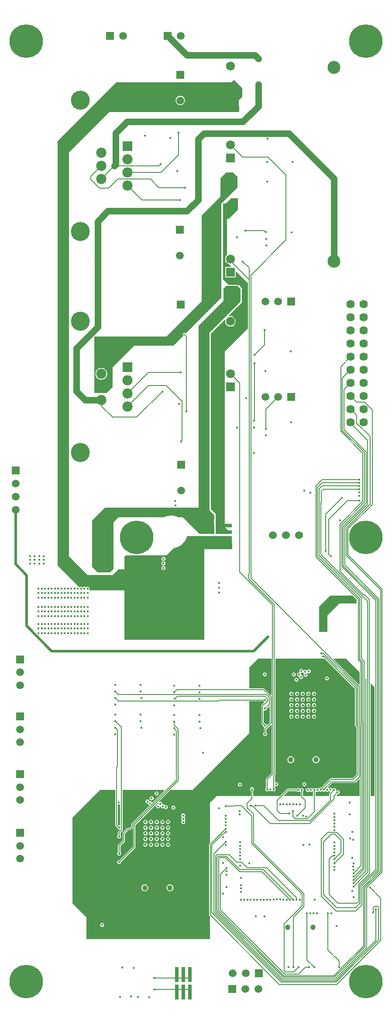
<source format=gbl>
G04*
G04 #@! TF.GenerationSoftware,Altium Limited,Altium Designer,20.0.12 (288)*
G04*
G04 Layer_Physical_Order=4*
G04 Layer_Color=16711680*
%FSLAX25Y25*%
%MOIN*%
G70*
G01*
G75*
%ADD13C,0.00600*%
%ADD87C,0.02000*%
%ADD88C,0.05906*%
%ADD89R,0.05906X0.05906*%
%ADD90C,0.06000*%
%ADD91R,0.05906X0.05906*%
%ADD92C,0.09843*%
%ADD93C,0.04528*%
%ADD94C,0.06378*%
%ADD95R,0.05937X0.05937*%
%ADD96C,0.05937*%
%ADD97R,0.05937X0.05937*%
%ADD98C,0.06791*%
%ADD99R,0.06791X0.06791*%
%ADD100C,0.14512*%
%ADD101R,0.07800X0.07800*%
%ADD102C,0.07800*%
%ADD103C,0.25591*%
%ADD104C,0.04055*%
%ADD105C,0.01772*%
%ADD106C,0.01968*%
%ADD108R,0.02913X0.11496*%
%ADD109R,0.11496X0.02913*%
%ADD110C,0.05000*%
G36*
X172780Y612276D02*
X177280D01*
Y603576D01*
X170080Y596376D01*
X168780D01*
Y568940D01*
X168630Y568825D01*
X167990Y567991D01*
X167587Y567019D01*
X167450Y565976D01*
X167587Y564932D01*
X167990Y563961D01*
X168630Y563126D01*
X169465Y562485D01*
X170157Y562199D01*
X171922Y560433D01*
X171731Y559971D01*
X167484D01*
Y551980D01*
X175476D01*
Y556227D01*
X175937Y556418D01*
X184580Y547776D01*
X184780D01*
Y513276D01*
X184880Y513176D01*
X167280Y495576D01*
Y361976D01*
X172318Y356938D01*
X172126Y356476D01*
X160380D01*
Y371676D01*
X156480Y375576D01*
Y509176D01*
X167203Y519899D01*
X167627Y519616D01*
X167587Y519519D01*
X167450Y518476D01*
X167587Y517432D01*
X167990Y516461D01*
X168630Y515626D01*
X169465Y514985D01*
X170437Y514583D01*
X171480Y514445D01*
X172523Y514583D01*
X173495Y514985D01*
X174329Y515626D01*
X174970Y516461D01*
X175373Y517432D01*
X175510Y518476D01*
X175373Y519519D01*
X174970Y520491D01*
X174329Y521325D01*
X173495Y521966D01*
X172523Y522368D01*
X171480Y522506D01*
X170437Y522368D01*
X170340Y522328D01*
X170056Y522752D01*
X180280Y532976D01*
Y543276D01*
X180480Y543476D01*
X178780Y545176D01*
Y545776D01*
X177498D01*
X177339Y545935D01*
X176880Y546125D01*
X170030D01*
X165780Y550376D01*
Y608276D01*
X167980D01*
X172380Y612676D01*
X172780Y612276D01*
D02*
G37*
G36*
X176480Y628976D02*
X176980D01*
Y620476D01*
X164480Y607976D01*
Y536476D01*
X137129Y509124D01*
X134129Y512124D01*
X133831Y512323D01*
X133480Y512393D01*
X133129Y512323D01*
X132831Y512124D01*
X132632Y511827D01*
X132562Y511476D01*
X132632Y511124D01*
X132831Y510827D01*
X135831Y507827D01*
X127980Y499976D01*
X97980D01*
X81480Y483476D01*
Y468476D01*
X76980Y463976D01*
X67480D01*
Y506976D01*
X122480D01*
X149480Y533976D01*
Y598976D01*
X163980Y613476D01*
Y627476D01*
X167980Y631476D01*
Y631976D01*
X173480D01*
X176480Y628976D01*
D02*
G37*
G36*
X179180Y543176D02*
X179080Y543076D01*
Y533176D01*
X178880D01*
X155880Y510176D01*
X155680D01*
Y374276D01*
X159080Y370876D01*
X158980Y364176D01*
X159080Y364076D01*
Y356376D01*
X147722Y356376D01*
X134821Y369276D01*
X131720D01*
X130367Y369836D01*
X130322D01*
X130286Y369863D01*
X128788Y370265D01*
X128744Y370259D01*
X128705Y370281D01*
X127167Y370484D01*
X127124Y370472D01*
X127082Y370489D01*
X125531D01*
X125490Y370472D01*
X125446Y370484D01*
X123908Y370281D01*
X123870Y370259D01*
X123825Y370265D01*
X122327Y369863D01*
X122291Y369836D01*
X122246D01*
X120894Y369276D01*
X86080D01*
X82180Y365376D01*
Y329676D01*
X79580Y327076D01*
X70180D01*
X65780Y331476D01*
Y366676D01*
X75480Y376376D01*
X147280D01*
Y515276D01*
X166080Y534076D01*
Y543176D01*
X168380Y545476D01*
X176880D01*
X179180Y543176D01*
D02*
G37*
G36*
X268012Y306398D02*
Y303445D01*
X254626D01*
X245669Y294488D01*
Y281725D01*
X245646Y281716D01*
X239061D01*
Y301167D01*
X247483Y309590D01*
X264820D01*
X268012Y306398D01*
D02*
G37*
G36*
X180580Y695976D02*
Y689576D01*
X177780Y686776D01*
X178068Y678335D01*
X177720Y677976D01*
X79022Y677976D01*
X48280Y647233D01*
X48280Y339476D01*
X62180Y325576D01*
Y325276D01*
X81680D01*
X85980Y329576D01*
X90480D01*
X90480Y339076D01*
X91580Y340176D01*
X122648D01*
X128130Y345657D01*
X128705Y345733D01*
X128744Y345755D01*
X128788Y345749D01*
X130286Y346151D01*
X130322Y346178D01*
X130367D01*
X131800Y346772D01*
X131832Y346804D01*
X131876Y346809D01*
X133219Y347585D01*
X133247Y347621D01*
X133290Y347632D01*
X134520Y348576D01*
X134543Y348615D01*
X134584Y348633D01*
X135681Y349729D01*
X135698Y349771D01*
X135737Y349793D01*
X136681Y351024D01*
X136693Y351067D01*
X136729Y351094D01*
X137504Y352438D01*
X137510Y352482D01*
X137542Y352514D01*
X138135Y353947D01*
Y353992D01*
X138163Y354027D01*
X138363Y354776D01*
X172480Y354776D01*
X172680Y354576D01*
X172776Y345131D01*
X172424Y344776D01*
X151676Y344776D01*
X151676Y275776D01*
X90480D01*
X90480Y313576D01*
X63889D01*
X63622Y314076D01*
X63802Y314345D01*
X63917Y314925D01*
X63802Y315504D01*
X63473Y315996D01*
X62982Y316324D01*
X62402Y316440D01*
X61822Y316324D01*
X61331Y315996D01*
X60973D01*
X60482Y316324D01*
X59902Y316440D01*
X59322Y316324D01*
X58831Y315996D01*
X58473D01*
X57982Y316324D01*
X57402Y316440D01*
X56822Y316324D01*
X56331Y315996D01*
X56084Y315972D01*
X39480Y332576D01*
Y655776D01*
X84380Y700676D01*
X172480D01*
X174180Y702376D01*
X180580Y695976D01*
D02*
G37*
G36*
X270202Y251253D02*
Y241836D01*
X269740Y241645D01*
X250371Y261014D01*
X250562Y261476D01*
X259980D01*
X270202Y251253D01*
D02*
G37*
G36*
X202762Y234038D02*
X202300Y233847D01*
X197523Y238624D01*
X197225Y238823D01*
X196874Y238893D01*
X185980D01*
Y254976D01*
X192480Y261476D01*
X202762D01*
Y234038D01*
D02*
G37*
G36*
X201562Y225107D02*
Y212830D01*
X199840Y211108D01*
X199260Y211235D01*
X199051Y211547D01*
X198559Y211875D01*
X197980Y211990D01*
X197799Y211954D01*
X196897Y212856D01*
Y221811D01*
X197397Y222078D01*
X197400Y222076D01*
X197980Y221961D01*
X198559Y222076D01*
X199051Y222404D01*
X199379Y222896D01*
X199495Y223476D01*
X199459Y223657D01*
X201100Y225298D01*
X201562Y225107D01*
D02*
G37*
G36*
X275370Y246085D02*
Y213413D01*
X274908Y213221D01*
X274437Y213692D01*
Y246365D01*
X274899Y246556D01*
X275370Y246085D01*
D02*
G37*
G36*
X266602Y238502D02*
Y210827D01*
X266672Y210476D01*
X266871Y210178D01*
X267980Y209069D01*
Y173627D01*
X264758Y170406D01*
X248228D01*
X247877Y170336D01*
X247580Y170137D01*
X240634Y163191D01*
X240453Y163227D01*
X239873Y163112D01*
X239382Y162784D01*
X239223Y162547D01*
X239051D01*
X238560Y162875D01*
X237980Y162990D01*
X237400Y162875D01*
X236909Y162547D01*
X236395Y162679D01*
X236079Y162890D01*
X235499Y163006D01*
X234919Y162890D01*
X234428Y162562D01*
X233899Y162670D01*
X233572Y162888D01*
X232993Y163003D01*
X232413Y162888D01*
X232075Y162662D01*
X231551Y162547D01*
X231060Y162875D01*
X230480Y162990D01*
X229900Y162875D01*
X229409Y162547D01*
X229080Y162055D01*
X228965Y161476D01*
X229080Y160896D01*
X229409Y160404D01*
X229900Y160076D01*
X230480Y159961D01*
X231060Y160076D01*
X231397Y160302D01*
X231921Y160417D01*
X232413Y160089D01*
X232993Y159973D01*
X233572Y160089D01*
X234064Y160417D01*
X234550Y160323D01*
X234581Y160292D01*
Y156976D01*
X226897D01*
Y160302D01*
X227051Y160404D01*
X227379Y160896D01*
X227495Y161476D01*
X227379Y162055D01*
X227051Y162547D01*
X226559Y162875D01*
X225980Y162990D01*
X225400Y162875D01*
X225077Y162659D01*
X224730Y162585D01*
X224382Y162659D01*
X224060Y162875D01*
X223480Y162990D01*
X222900Y162875D01*
X222409Y162547D01*
X222306Y162393D01*
X215208D01*
X214857Y162323D01*
X214559Y162125D01*
X209410Y156976D01*
X188897D01*
Y160802D01*
X189051Y160904D01*
X189379Y161396D01*
X189495Y161976D01*
X189379Y162555D01*
X189051Y163047D01*
X188559Y163375D01*
X187980Y163490D01*
X187400Y163375D01*
X186909Y163047D01*
X186580Y162555D01*
X186465Y161976D01*
X186580Y161396D01*
X186909Y160904D01*
X187062Y160802D01*
Y156976D01*
X160980D01*
X155980Y151976D01*
Y121273D01*
X155462Y120755D01*
X155263Y120457D01*
X155193Y120106D01*
Y66232D01*
X155263Y65881D01*
X155462Y65583D01*
X155980Y65065D01*
Y47976D01*
X61480D01*
Y64476D01*
X50980Y74976D01*
Y140476D01*
X71980Y161476D01*
X83585D01*
Y134952D01*
X83655Y134601D01*
X83854Y134303D01*
X85001Y133157D01*
X84965Y132976D01*
X85080Y132396D01*
X85409Y131904D01*
X85900Y131576D01*
X86480Y131461D01*
X86848Y131534D01*
X86930Y131492D01*
X87081Y131010D01*
X85831Y129760D01*
X85632Y129462D01*
X85562Y129111D01*
Y127149D01*
X85409Y127047D01*
X85080Y126555D01*
X84965Y125976D01*
X85080Y125396D01*
X85409Y124904D01*
X85900Y124576D01*
X86480Y124461D01*
X87059Y124576D01*
X87551Y124904D01*
X87879Y125396D01*
X87995Y125976D01*
X87879Y126555D01*
X87551Y127047D01*
X87397Y127149D01*
Y128731D01*
X88915Y130248D01*
X89113Y130546D01*
X89183Y130897D01*
Y161476D01*
X120832D01*
X121023Y161014D01*
X111979Y151969D01*
X111398Y152096D01*
X111190Y152408D01*
X110698Y152736D01*
X110118Y152852D01*
X109671Y152763D01*
X109571Y153270D01*
X109242Y153761D01*
X108751Y154090D01*
X108171Y154205D01*
X107591Y154090D01*
X107100Y153761D01*
X106771Y153270D01*
X106656Y152690D01*
X106771Y152111D01*
X107100Y151619D01*
X107591Y151291D01*
X108171Y151175D01*
X108618Y151264D01*
X108719Y150757D01*
X109047Y150266D01*
X109359Y150057D01*
X109486Y149477D01*
X96131Y136121D01*
X95932Y135824D01*
X95862Y135473D01*
Y134130D01*
X94339Y132607D01*
X93194D01*
X92843Y132537D01*
X92545Y132339D01*
X89331Y129124D01*
X89132Y128827D01*
X89062Y128476D01*
Y123014D01*
X85831Y119783D01*
X85632Y119485D01*
X85562Y119134D01*
Y114149D01*
X85409Y114047D01*
X85080Y113555D01*
X84965Y112976D01*
X85080Y112396D01*
X85409Y111904D01*
X85900Y111576D01*
X86480Y111461D01*
X87059Y111576D01*
X87551Y111904D01*
X87879Y112396D01*
X87995Y112976D01*
X87879Y113555D01*
X87551Y114047D01*
X87397Y114149D01*
Y118754D01*
X90629Y121985D01*
X90828Y122283D01*
X90897Y122634D01*
Y128095D01*
X93574Y130772D01*
X94719D01*
X95071Y130842D01*
X95368Y131041D01*
X96600Y132273D01*
X97062Y132081D01*
Y118356D01*
X86661Y107955D01*
X86480Y107991D01*
X85900Y107875D01*
X85409Y107547D01*
X85080Y107055D01*
X84965Y106476D01*
X85080Y105896D01*
X85409Y105404D01*
X85900Y105076D01*
X86480Y104961D01*
X87059Y105076D01*
X87551Y105404D01*
X87879Y105896D01*
X87995Y106476D01*
X87959Y106657D01*
X98629Y117327D01*
X98828Y117624D01*
X98897Y117976D01*
Y134596D01*
X116224Y151922D01*
X116612Y151603D01*
X116580Y151555D01*
X116465Y150976D01*
X116500Y150797D01*
X116194Y150490D01*
X115614Y150375D01*
X115123Y150047D01*
X114794Y149555D01*
X114679Y148976D01*
X114794Y148396D01*
X115123Y147904D01*
X115614Y147576D01*
X116194Y147461D01*
X116774Y147576D01*
X117265Y147904D01*
X117594Y148396D01*
X117682Y148842D01*
X117980Y149014D01*
X118277Y148842D01*
X118366Y148396D01*
X118694Y147904D01*
X119186Y147576D01*
X119766Y147461D01*
X120345Y147576D01*
X120389Y147605D01*
X121077Y147464D01*
X121136Y147376D01*
X121628Y147047D01*
X122207Y146932D01*
X122787Y147047D01*
X123279Y147376D01*
X123607Y147867D01*
X123722Y148447D01*
X123607Y149027D01*
X123279Y149518D01*
X122787Y149846D01*
X122207Y149962D01*
X121628Y149846D01*
X121584Y149817D01*
X120896Y149959D01*
X120837Y150047D01*
X120345Y150375D01*
X119766Y150490D01*
X119459Y150797D01*
X119495Y150976D01*
X119379Y151555D01*
X119051Y152047D01*
X118560Y152375D01*
X117980Y152490D01*
X117400Y152375D01*
X117352Y152343D01*
X117034Y152732D01*
X125777Y161476D01*
X142480D01*
X185980Y204976D01*
Y229058D01*
X196806D01*
X196909Y228904D01*
X197221Y228696D01*
X197347Y228116D01*
X196811Y227579D01*
X196734Y227527D01*
X195331Y226124D01*
X195132Y225827D01*
X195062Y225476D01*
Y212476D01*
X195132Y212124D01*
X195331Y211827D01*
X196501Y210657D01*
X196465Y210476D01*
X196580Y209896D01*
X196909Y209404D01*
X197221Y209196D01*
X197347Y208615D01*
X197331Y208599D01*
X197132Y208301D01*
X197062Y207950D01*
Y205149D01*
X196909Y205047D01*
X196580Y204555D01*
X196465Y203976D01*
X196580Y203396D01*
X196909Y202904D01*
X197400Y202576D01*
X197980Y202461D01*
X198559Y202576D01*
X199051Y202904D01*
X199379Y203396D01*
X199495Y203976D01*
X199379Y204555D01*
X199051Y205047D01*
X198897Y205149D01*
Y207570D01*
X202300Y210973D01*
X202762Y210781D01*
Y174056D01*
X198831Y170124D01*
X198632Y169827D01*
X198562Y169476D01*
Y163149D01*
X198409Y163047D01*
X198080Y162555D01*
X197965Y161976D01*
X198080Y161396D01*
X198409Y160904D01*
X198900Y160576D01*
X199480Y160461D01*
X200060Y160576D01*
X200393Y160799D01*
X200725Y160871D01*
X201084Y160802D01*
X201410Y160584D01*
X201990Y160469D01*
X202569Y160584D01*
X202882Y160793D01*
X203244Y160870D01*
X203580Y160790D01*
X203900Y160576D01*
X204480Y160461D01*
X205060Y160576D01*
X205551Y160904D01*
X205879Y161396D01*
X205995Y161976D01*
X205879Y162555D01*
X205551Y163047D01*
X205397Y163149D01*
Y164231D01*
X205897Y164498D01*
X205961Y164456D01*
X206541Y164341D01*
X207121Y164456D01*
X207612Y164784D01*
X207940Y165276D01*
X208056Y165856D01*
X207940Y166435D01*
X207612Y166927D01*
X207121Y167255D01*
X206541Y167370D01*
X205961Y167255D01*
X205897Y167213D01*
X205397Y167480D01*
Y172398D01*
X205529Y172530D01*
X205728Y172827D01*
X205797Y173179D01*
Y261476D01*
X243629D01*
X266602Y238502D01*
D02*
G37*
G36*
X239873Y160313D02*
X240453Y160198D01*
X241033Y160313D01*
X241396Y160556D01*
X241732Y160609D01*
X242068Y160556D01*
X242432Y160313D01*
X243012Y160198D01*
X243592Y160313D01*
X244083Y160641D01*
X244391Y160424D01*
X244396Y160417D01*
X244887Y160089D01*
X245467Y159973D01*
X246047Y160089D01*
X246538Y160417D01*
X247130Y160403D01*
X247247Y160325D01*
X247452Y160284D01*
X247617Y159741D01*
X247178Y159302D01*
X246979Y159005D01*
X246909Y158654D01*
Y156976D01*
X236417D01*
Y159999D01*
X236875Y160341D01*
X237083Y160288D01*
X237400Y160076D01*
X237980Y159961D01*
X238560Y160076D01*
X239051Y160404D01*
X239209Y160641D01*
X239382D01*
X239873Y160313D01*
D02*
G37*
G36*
X270380Y169765D02*
Y156976D01*
X252592D01*
X252400Y157438D01*
X253196Y158233D01*
X253377Y158197D01*
X253957Y158312D01*
X254448Y158641D01*
X254777Y159132D01*
X254892Y159712D01*
X254777Y160292D01*
X254448Y160783D01*
X253957Y161111D01*
X253377Y161227D01*
X252797Y161111D01*
X252608Y160985D01*
X252158Y161286D01*
X252204Y161516D01*
X252089Y162095D01*
X251760Y162587D01*
X251269Y162915D01*
X250689Y163031D01*
X250109Y162915D01*
X249618Y162587D01*
X249027Y162603D01*
X248898Y162796D01*
X248407Y163124D01*
X247827Y163239D01*
X247247Y163124D01*
X246756Y162796D01*
X246164Y162810D01*
X246134Y162830D01*
X245971Y163374D01*
X249297Y166700D01*
X266282D01*
X266634Y166770D01*
X266931Y166969D01*
X269918Y169956D01*
X270380Y169765D01*
D02*
G37*
G36*
X281613Y239843D02*
Y156976D01*
X278405D01*
Y242397D01*
X278867Y242588D01*
X281613Y239843D01*
D02*
G37*
G36*
X222409Y160404D02*
X222900Y160076D01*
X223480Y159961D01*
X224060Y160076D01*
X224382Y160292D01*
X224590Y160336D01*
X225062Y159949D01*
Y156976D01*
X212659D01*
X212468Y157438D01*
X215588Y160558D01*
X222306D01*
X222409Y160404D01*
D02*
G37*
G36*
X87348Y150318D02*
Y134738D01*
X86848Y134417D01*
X86480Y134491D01*
X86299Y134455D01*
X85421Y135332D01*
Y150213D01*
X85921Y150534D01*
X86289Y150461D01*
X86848Y150572D01*
X86937Y150580D01*
X87348Y150318D01*
D02*
G37*
%LPC*%
G36*
X72980Y483014D02*
X71805Y482860D01*
X70710Y482406D01*
X69770Y481685D01*
X69049Y480745D01*
X68596Y479650D01*
X68441Y478476D01*
X68596Y477301D01*
X69049Y476206D01*
X69770Y475266D01*
X70710Y474545D01*
X71805Y474091D01*
X72980Y473937D01*
X74155Y474091D01*
X75249Y474545D01*
X76189Y475266D01*
X76911Y476206D01*
X77364Y477301D01*
X77519Y478476D01*
X77364Y479650D01*
X76911Y480745D01*
X76189Y481685D01*
X75249Y482406D01*
X74155Y482860D01*
X72980Y483014D01*
D02*
G37*
G36*
X133230Y690216D02*
X132302Y690094D01*
X131438Y689736D01*
X130696Y689167D01*
X130127Y688425D01*
X129769Y687561D01*
X129646Y686633D01*
X129769Y685706D01*
X130127Y684841D01*
X130696Y684099D01*
X131438Y683530D01*
X132302Y683172D01*
X133230Y683050D01*
X134157Y683172D01*
X135021Y683530D01*
X135764Y684099D01*
X136333Y684841D01*
X136691Y685706D01*
X136813Y686633D01*
X136691Y687561D01*
X136333Y688425D01*
X135764Y689167D01*
X135021Y689736D01*
X134157Y690094D01*
X133230Y690216D01*
D02*
G37*
G36*
X120322Y339090D02*
X119742Y338975D01*
X119251Y338647D01*
X118922Y338155D01*
X118807Y337576D01*
X118922Y336996D01*
X119251Y336504D01*
X119742Y336176D01*
X120214Y336082D01*
Y335572D01*
X119742Y335478D01*
X119251Y335150D01*
X118922Y334659D01*
X118807Y334079D01*
X118922Y333499D01*
X119251Y333008D01*
X119742Y332679D01*
X120322Y332564D01*
X120902Y332679D01*
X121393Y333008D01*
X121722Y333499D01*
X121837Y334079D01*
X121722Y334659D01*
X121393Y335150D01*
X120902Y335478D01*
X120430Y335572D01*
Y336082D01*
X120902Y336176D01*
X121393Y336504D01*
X121722Y336996D01*
X121837Y337576D01*
X121722Y338155D01*
X121393Y338647D01*
X120902Y338975D01*
X120322Y339090D01*
D02*
G37*
G36*
Y332090D02*
X119742Y331975D01*
X119251Y331647D01*
X118922Y331155D01*
X118807Y330576D01*
X118922Y329996D01*
X119251Y329504D01*
X119742Y329176D01*
X120322Y329061D01*
X120902Y329176D01*
X121393Y329504D01*
X121722Y329996D01*
X121837Y330576D01*
X121722Y331155D01*
X121393Y331647D01*
X120902Y331975D01*
X120322Y332090D01*
D02*
G37*
G36*
X197789Y250991D02*
X197209Y250875D01*
X196718Y250547D01*
X196389Y250055D01*
X196274Y249476D01*
X196389Y248896D01*
X196718Y248404D01*
X197209Y248076D01*
X197789Y247961D01*
X198369Y248076D01*
X198860Y248404D01*
X199188Y248896D01*
X199304Y249476D01*
X199188Y250055D01*
X198860Y250547D01*
X198369Y250875D01*
X197789Y250991D01*
D02*
G37*
G36*
X225580Y253790D02*
X225000Y253675D01*
X224509Y253347D01*
X224180Y252855D01*
X224065Y252276D01*
X224180Y251696D01*
X224362Y251424D01*
X224061Y250974D01*
X223980Y250991D01*
X223400Y250875D01*
X222909Y250547D01*
X222580Y250055D01*
X222465Y249476D01*
X222580Y248896D01*
X222909Y248404D01*
X223400Y248076D01*
X223980Y247961D01*
X224048Y247893D01*
X223965Y247476D01*
X224080Y246896D01*
X224409Y246404D01*
X224900Y246076D01*
X225480Y245961D01*
X226060Y246076D01*
X226551Y246404D01*
X226879Y246896D01*
X226995Y247476D01*
X226879Y248055D01*
X226551Y248547D01*
X226060Y248875D01*
X225480Y248991D01*
X225412Y249059D01*
X225495Y249476D01*
X225379Y250055D01*
X225198Y250327D01*
X225499Y250777D01*
X225580Y250761D01*
X226160Y250876D01*
X226526Y251121D01*
X226944Y251017D01*
X227072Y250935D01*
X227080Y250896D01*
X227409Y250404D01*
X227807Y250138D01*
X227503Y249684D01*
X227388Y249104D01*
X227503Y248524D01*
X227831Y248033D01*
X228323Y247704D01*
X228903Y247589D01*
X229482Y247704D01*
X229974Y248033D01*
X230302Y248524D01*
X230417Y249104D01*
X230302Y249684D01*
X229974Y250175D01*
X229885Y250234D01*
X229937Y250465D01*
X230091Y250579D01*
X230483Y250688D01*
X230800Y250476D01*
X231380Y250361D01*
X231960Y250476D01*
X232451Y250804D01*
X232779Y251296D01*
X232895Y251876D01*
X232779Y252455D01*
X232451Y252947D01*
X231960Y253275D01*
X231380Y253391D01*
X230800Y253275D01*
X230309Y252947D01*
X230097Y252630D01*
X229596Y252554D01*
X229506Y252577D01*
X229060Y252875D01*
X228480Y252991D01*
X227900Y252875D01*
X227534Y252631D01*
X227115Y252734D01*
X226987Y252816D01*
X226979Y252855D01*
X226651Y253347D01*
X226160Y253675D01*
X225580Y253790D01*
D02*
G37*
G36*
X219980Y250991D02*
X219400Y250875D01*
X218909Y250547D01*
X218580Y250055D01*
X218465Y249476D01*
X218580Y248896D01*
X218909Y248404D01*
X219400Y248076D01*
X219980Y247961D01*
X220560Y248076D01*
X221051Y248404D01*
X221379Y248896D01*
X221495Y249476D01*
X221379Y250055D01*
X221051Y250547D01*
X220560Y250875D01*
X219980Y250991D01*
D02*
G37*
G36*
X245237Y247990D02*
X244657Y247875D01*
X244166Y247547D01*
X243838Y247055D01*
X243722Y246476D01*
X243838Y245896D01*
X244166Y245404D01*
X244657Y245076D01*
X245237Y244961D01*
X245817Y245076D01*
X246308Y245404D01*
X246637Y245896D01*
X246752Y246476D01*
X246637Y247055D01*
X246308Y247547D01*
X245817Y247875D01*
X245237Y247990D01*
D02*
G37*
G36*
X221980Y246990D02*
X221400Y246875D01*
X220909Y246547D01*
X220580Y246055D01*
X220465Y245476D01*
X220580Y244896D01*
X220909Y244404D01*
X221400Y244076D01*
X221980Y243961D01*
X222559Y244076D01*
X223051Y244404D01*
X223379Y244896D01*
X223495Y245476D01*
X223379Y246055D01*
X223051Y246547D01*
X222559Y246875D01*
X221980Y246990D01*
D02*
G37*
G36*
X235391Y236284D02*
X234773Y236161D01*
X234249Y235811D01*
X233899Y235287D01*
X233776Y234668D01*
X233899Y234050D01*
X234249Y233526D01*
X234773Y233176D01*
X235391Y233053D01*
X236009Y233176D01*
X236533Y233526D01*
X236884Y234050D01*
X237006Y234668D01*
X236884Y235287D01*
X236533Y235811D01*
X236009Y236161D01*
X235391Y236284D01*
D02*
G37*
G36*
X231061D02*
X230442Y236161D01*
X229918Y235811D01*
X229568Y235287D01*
X229445Y234668D01*
X229568Y234050D01*
X229918Y233526D01*
X230442Y233176D01*
X231061Y233053D01*
X231679Y233176D01*
X232203Y233526D01*
X232553Y234050D01*
X232676Y234668D01*
X232553Y235287D01*
X232203Y235811D01*
X231679Y236161D01*
X231061Y236284D01*
D02*
G37*
G36*
X226730D02*
X226112Y236161D01*
X225588Y235811D01*
X225237Y235287D01*
X225114Y234668D01*
X225237Y234050D01*
X225588Y233526D01*
X226112Y233176D01*
X226730Y233053D01*
X227348Y233176D01*
X227872Y233526D01*
X228222Y234050D01*
X228345Y234668D01*
X228222Y235287D01*
X227872Y235811D01*
X227348Y236161D01*
X226730Y236284D01*
D02*
G37*
G36*
X222399D02*
X221781Y236161D01*
X221257Y235811D01*
X220907Y235287D01*
X220784Y234668D01*
X220907Y234050D01*
X221257Y233526D01*
X221781Y233176D01*
X222399Y233053D01*
X223017Y233176D01*
X223541Y233526D01*
X223891Y234050D01*
X224014Y234668D01*
X223891Y235287D01*
X223541Y235811D01*
X223017Y236161D01*
X222399Y236284D01*
D02*
G37*
G36*
X218068D02*
X217450Y236161D01*
X216926Y235811D01*
X216576Y235287D01*
X216453Y234668D01*
X216576Y234050D01*
X216926Y233526D01*
X217450Y233176D01*
X218068Y233053D01*
X218687Y233176D01*
X219211Y233526D01*
X219561Y234050D01*
X219684Y234668D01*
X219561Y235287D01*
X219211Y235811D01*
X218687Y236161D01*
X218068Y236284D01*
D02*
G37*
G36*
X235391Y231953D02*
X234773Y231830D01*
X234249Y231480D01*
X233899Y230956D01*
X233776Y230338D01*
X233899Y229720D01*
X234249Y229196D01*
X234773Y228846D01*
X235391Y228723D01*
X236009Y228846D01*
X236533Y229196D01*
X236884Y229720D01*
X237006Y230338D01*
X236884Y230956D01*
X236533Y231480D01*
X236009Y231830D01*
X235391Y231953D01*
D02*
G37*
G36*
X231061D02*
X230442Y231830D01*
X229918Y231480D01*
X229568Y230956D01*
X229445Y230338D01*
X229568Y229720D01*
X229918Y229196D01*
X230442Y228846D01*
X231061Y228723D01*
X231679Y228846D01*
X232203Y229196D01*
X232553Y229720D01*
X232676Y230338D01*
X232553Y230956D01*
X232203Y231480D01*
X231679Y231830D01*
X231061Y231953D01*
D02*
G37*
G36*
X226730D02*
X226112Y231830D01*
X225588Y231480D01*
X225237Y230956D01*
X225114Y230338D01*
X225237Y229720D01*
X225588Y229196D01*
X226112Y228846D01*
X226730Y228723D01*
X227348Y228846D01*
X227872Y229196D01*
X228222Y229720D01*
X228345Y230338D01*
X228222Y230956D01*
X227872Y231480D01*
X227348Y231830D01*
X226730Y231953D01*
D02*
G37*
G36*
X222399D02*
X221781Y231830D01*
X221257Y231480D01*
X220907Y230956D01*
X220784Y230338D01*
X220907Y229720D01*
X221257Y229196D01*
X221781Y228846D01*
X222399Y228723D01*
X223017Y228846D01*
X223541Y229196D01*
X223891Y229720D01*
X224014Y230338D01*
X223891Y230956D01*
X223541Y231480D01*
X223017Y231830D01*
X222399Y231953D01*
D02*
G37*
G36*
X218068D02*
X217450Y231830D01*
X216926Y231480D01*
X216576Y230956D01*
X216453Y230338D01*
X216576Y229720D01*
X216926Y229196D01*
X217450Y228846D01*
X218068Y228723D01*
X218687Y228846D01*
X219211Y229196D01*
X219561Y229720D01*
X219684Y230338D01*
X219561Y230956D01*
X219211Y231480D01*
X218687Y231830D01*
X218068Y231953D01*
D02*
G37*
G36*
X235391Y227622D02*
X234773Y227499D01*
X234249Y227149D01*
X233899Y226625D01*
X233776Y226007D01*
X233899Y225389D01*
X234249Y224865D01*
X234773Y224515D01*
X235391Y224392D01*
X236009Y224515D01*
X236533Y224865D01*
X236884Y225389D01*
X237006Y226007D01*
X236884Y226625D01*
X236533Y227149D01*
X236009Y227499D01*
X235391Y227622D01*
D02*
G37*
G36*
X231061D02*
X230442Y227499D01*
X229918Y227149D01*
X229568Y226625D01*
X229445Y226007D01*
X229568Y225389D01*
X229918Y224865D01*
X230442Y224515D01*
X231061Y224392D01*
X231679Y224515D01*
X232203Y224865D01*
X232553Y225389D01*
X232676Y226007D01*
X232553Y226625D01*
X232203Y227149D01*
X231679Y227499D01*
X231061Y227622D01*
D02*
G37*
G36*
X226730D02*
X226112Y227499D01*
X225588Y227149D01*
X225237Y226625D01*
X225114Y226007D01*
X225237Y225389D01*
X225588Y224865D01*
X226112Y224515D01*
X226730Y224392D01*
X227348Y224515D01*
X227872Y224865D01*
X228222Y225389D01*
X228345Y226007D01*
X228222Y226625D01*
X227872Y227149D01*
X227348Y227499D01*
X226730Y227622D01*
D02*
G37*
G36*
X222399D02*
X221781Y227499D01*
X221257Y227149D01*
X220907Y226625D01*
X220784Y226007D01*
X220907Y225389D01*
X221257Y224865D01*
X221781Y224515D01*
X222399Y224392D01*
X223017Y224515D01*
X223541Y224865D01*
X223891Y225389D01*
X224014Y226007D01*
X223891Y226625D01*
X223541Y227149D01*
X223017Y227499D01*
X222399Y227622D01*
D02*
G37*
G36*
X218068D02*
X217450Y227499D01*
X216926Y227149D01*
X216576Y226625D01*
X216453Y226007D01*
X216576Y225389D01*
X216926Y224865D01*
X217450Y224515D01*
X218068Y224392D01*
X218687Y224515D01*
X219211Y224865D01*
X219561Y225389D01*
X219684Y226007D01*
X219561Y226625D01*
X219211Y227149D01*
X218687Y227499D01*
X218068Y227622D01*
D02*
G37*
G36*
X235391Y223292D02*
X234773Y223169D01*
X234249Y222819D01*
X233899Y222294D01*
X233776Y221676D01*
X233899Y221058D01*
X234249Y220534D01*
X234773Y220184D01*
X235391Y220061D01*
X236009Y220184D01*
X236533Y220534D01*
X236884Y221058D01*
X237006Y221676D01*
X236884Y222294D01*
X236533Y222819D01*
X236009Y223169D01*
X235391Y223292D01*
D02*
G37*
G36*
X231061D02*
X230442Y223169D01*
X229918Y222819D01*
X229568Y222294D01*
X229445Y221676D01*
X229568Y221058D01*
X229918Y220534D01*
X230442Y220184D01*
X231061Y220061D01*
X231679Y220184D01*
X232203Y220534D01*
X232553Y221058D01*
X232676Y221676D01*
X232553Y222294D01*
X232203Y222819D01*
X231679Y223169D01*
X231061Y223292D01*
D02*
G37*
G36*
X226730D02*
X226112Y223169D01*
X225588Y222819D01*
X225237Y222294D01*
X225114Y221676D01*
X225237Y221058D01*
X225588Y220534D01*
X226112Y220184D01*
X226730Y220061D01*
X227348Y220184D01*
X227872Y220534D01*
X228222Y221058D01*
X228345Y221676D01*
X228222Y222294D01*
X227872Y222819D01*
X227348Y223169D01*
X226730Y223292D01*
D02*
G37*
G36*
X222399D02*
X221781Y223169D01*
X221257Y222819D01*
X220907Y222294D01*
X220784Y221676D01*
X220907Y221058D01*
X221257Y220534D01*
X221781Y220184D01*
X222399Y220061D01*
X223017Y220184D01*
X223541Y220534D01*
X223891Y221058D01*
X224014Y221676D01*
X223891Y222294D01*
X223541Y222819D01*
X223017Y223169D01*
X222399Y223292D01*
D02*
G37*
G36*
X218068D02*
X217450Y223169D01*
X216926Y222819D01*
X216576Y222294D01*
X216453Y221676D01*
X216576Y221058D01*
X216926Y220534D01*
X217450Y220184D01*
X218068Y220061D01*
X218687Y220184D01*
X219211Y220534D01*
X219561Y221058D01*
X219684Y221676D01*
X219561Y222294D01*
X219211Y222819D01*
X218687Y223169D01*
X218068Y223292D01*
D02*
G37*
G36*
X235391Y218961D02*
X234773Y218838D01*
X234249Y218488D01*
X233899Y217964D01*
X233776Y217346D01*
X233899Y216727D01*
X234249Y216203D01*
X234773Y215853D01*
X235391Y215730D01*
X236009Y215853D01*
X236533Y216203D01*
X236884Y216727D01*
X237006Y217346D01*
X236884Y217964D01*
X236533Y218488D01*
X236009Y218838D01*
X235391Y218961D01*
D02*
G37*
G36*
X231061D02*
X230442Y218838D01*
X229918Y218488D01*
X229568Y217964D01*
X229445Y217346D01*
X229568Y216727D01*
X229918Y216203D01*
X230442Y215853D01*
X231061Y215730D01*
X231679Y215853D01*
X232203Y216203D01*
X232553Y216727D01*
X232676Y217346D01*
X232553Y217964D01*
X232203Y218488D01*
X231679Y218838D01*
X231061Y218961D01*
D02*
G37*
G36*
X226730D02*
X226112Y218838D01*
X225588Y218488D01*
X225237Y217964D01*
X225114Y217346D01*
X225237Y216727D01*
X225588Y216203D01*
X226112Y215853D01*
X226730Y215730D01*
X227348Y215853D01*
X227872Y216203D01*
X228222Y216727D01*
X228345Y217346D01*
X228222Y217964D01*
X227872Y218488D01*
X227348Y218838D01*
X226730Y218961D01*
D02*
G37*
G36*
X222399D02*
X221781Y218838D01*
X221257Y218488D01*
X220907Y217964D01*
X220784Y217346D01*
X220907Y216727D01*
X221257Y216203D01*
X221781Y215853D01*
X222399Y215730D01*
X223017Y215853D01*
X223541Y216203D01*
X223891Y216727D01*
X224014Y217346D01*
X223891Y217964D01*
X223541Y218488D01*
X223017Y218838D01*
X222399Y218961D01*
D02*
G37*
G36*
X218068D02*
X217450Y218838D01*
X216926Y218488D01*
X216576Y217964D01*
X216453Y217346D01*
X216576Y216727D01*
X216926Y216203D01*
X217450Y215853D01*
X218068Y215730D01*
X218687Y215853D01*
X219211Y216203D01*
X219561Y216727D01*
X219684Y217346D01*
X219561Y217964D01*
X219211Y218488D01*
X218687Y218838D01*
X218068Y218961D01*
D02*
G37*
G36*
X236836Y187126D02*
X236150Y187036D01*
X235511Y186771D01*
X234962Y186350D01*
X234541Y185801D01*
X234276Y185161D01*
X234186Y184476D01*
X234276Y183790D01*
X234541Y183150D01*
X234962Y182602D01*
X235511Y182180D01*
X236150Y181916D01*
X236836Y181825D01*
X237522Y181916D01*
X238161Y182180D01*
X238710Y182602D01*
X239131Y183150D01*
X239396Y183790D01*
X239486Y184476D01*
X239396Y185161D01*
X239131Y185801D01*
X238710Y186350D01*
X238161Y186771D01*
X237522Y187036D01*
X236836Y187126D01*
D02*
G37*
G36*
X217623D02*
X216938Y187036D01*
X216298Y186771D01*
X215750Y186350D01*
X215328Y185801D01*
X215064Y185161D01*
X214973Y184476D01*
X215064Y183790D01*
X215328Y183150D01*
X215750Y182602D01*
X216298Y182180D01*
X216938Y181916D01*
X217623Y181825D01*
X218309Y181916D01*
X218949Y182180D01*
X219497Y182602D01*
X219919Y183150D01*
X220183Y183790D01*
X220274Y184476D01*
X220183Y185161D01*
X219919Y185801D01*
X219497Y186350D01*
X218949Y186771D01*
X218309Y187036D01*
X217623Y187126D01*
D02*
G37*
G36*
X227980Y167372D02*
X227400Y167257D01*
X226909Y166929D01*
X226580Y166437D01*
X226465Y165858D01*
X226580Y165278D01*
X226909Y164786D01*
X227400Y164458D01*
X227980Y164342D01*
X228559Y164458D01*
X229051Y164786D01*
X229379Y165278D01*
X229495Y165858D01*
X229379Y166437D01*
X229051Y166929D01*
X228559Y167257D01*
X227980Y167372D01*
D02*
G37*
G36*
X178730Y167109D02*
X178150Y166993D01*
X177659Y166665D01*
X177330Y166174D01*
X177215Y165594D01*
X177330Y165014D01*
X177659Y164523D01*
X178150Y164194D01*
X178730Y164079D01*
X179309Y164194D01*
X179801Y164523D01*
X180129Y165014D01*
X180245Y165594D01*
X180129Y166174D01*
X179801Y166665D01*
X179309Y166993D01*
X178730Y167109D01*
D02*
G37*
G36*
X115152Y160342D02*
X114572Y160227D01*
X114081Y159898D01*
X113752Y159407D01*
X113637Y158827D01*
X113752Y158247D01*
X114081Y157756D01*
X114572Y157427D01*
X115152Y157312D01*
X115732Y157427D01*
X116223Y157756D01*
X116552Y158247D01*
X116667Y158827D01*
X116552Y159407D01*
X116223Y159898D01*
X115732Y160227D01*
X115152Y160342D01*
D02*
G37*
G36*
X111356Y156615D02*
X110776Y156499D01*
X110284Y156171D01*
X109956Y155679D01*
X109841Y155100D01*
X109956Y154520D01*
X110284Y154028D01*
X110776Y153700D01*
X111356Y153585D01*
X111935Y153700D01*
X112427Y154028D01*
X112755Y154520D01*
X112871Y155100D01*
X112755Y155679D01*
X112427Y156171D01*
X111935Y156499D01*
X111356Y156615D01*
D02*
G37*
G36*
X127980Y149490D02*
X127400Y149375D01*
X126909Y149047D01*
X126580Y148555D01*
X126465Y147976D01*
X126580Y147396D01*
X126909Y146904D01*
X127400Y146576D01*
X127980Y146461D01*
X128560Y146576D01*
X129051Y146904D01*
X129379Y147396D01*
X129495Y147976D01*
X129379Y148555D01*
X129051Y149047D01*
X128560Y149375D01*
X127980Y149490D01*
D02*
G37*
G36*
X123891Y138784D02*
X123273Y138661D01*
X122749Y138311D01*
X122399Y137787D01*
X122276Y137169D01*
X122399Y136550D01*
X122749Y136026D01*
X123273Y135676D01*
X123891Y135553D01*
X124509Y135676D01*
X125033Y136026D01*
X125384Y136550D01*
X125506Y137169D01*
X125384Y137787D01*
X125033Y138311D01*
X124509Y138661D01*
X123891Y138784D01*
D02*
G37*
G36*
X119561D02*
X118942Y138661D01*
X118418Y138311D01*
X118068Y137787D01*
X117945Y137169D01*
X118068Y136550D01*
X118418Y136026D01*
X118942Y135676D01*
X119561Y135553D01*
X120179Y135676D01*
X120703Y136026D01*
X121053Y136550D01*
X121176Y137169D01*
X121053Y137787D01*
X120703Y138311D01*
X120179Y138661D01*
X119561Y138784D01*
D02*
G37*
G36*
X115230D02*
X114612Y138661D01*
X114088Y138311D01*
X113737Y137787D01*
X113614Y137169D01*
X113737Y136550D01*
X114088Y136026D01*
X114612Y135676D01*
X115230Y135553D01*
X115848Y135676D01*
X116372Y136026D01*
X116722Y136550D01*
X116845Y137169D01*
X116722Y137787D01*
X116372Y138311D01*
X115848Y138661D01*
X115230Y138784D01*
D02*
G37*
G36*
X110899D02*
X110281Y138661D01*
X109757Y138311D01*
X109407Y137787D01*
X109284Y137169D01*
X109407Y136550D01*
X109757Y136026D01*
X110281Y135676D01*
X110899Y135553D01*
X111517Y135676D01*
X112041Y136026D01*
X112391Y136550D01*
X112514Y137169D01*
X112391Y137787D01*
X112041Y138311D01*
X111517Y138661D01*
X110899Y138784D01*
D02*
G37*
G36*
X106568D02*
X105950Y138661D01*
X105426Y138311D01*
X105076Y137787D01*
X104953Y137169D01*
X105076Y136550D01*
X105426Y136026D01*
X105950Y135676D01*
X106568Y135553D01*
X107186Y135676D01*
X107711Y136026D01*
X108061Y136550D01*
X108184Y137169D01*
X108061Y137787D01*
X107711Y138311D01*
X107186Y138661D01*
X106568Y138784D01*
D02*
G37*
G36*
X135454Y143516D02*
X134874Y143401D01*
X134383Y143072D01*
X134055Y142581D01*
X133939Y142001D01*
X134055Y141421D01*
X134280Y141084D01*
X134352Y140759D01*
X134285Y140394D01*
X134067Y140068D01*
X133952Y139488D01*
X134067Y138909D01*
X134293Y138571D01*
X134409Y138047D01*
X134080Y137555D01*
X133965Y136976D01*
X134080Y136396D01*
X134409Y135904D01*
X134900Y135576D01*
X135480Y135461D01*
X136059Y135576D01*
X136551Y135904D01*
X136879Y136396D01*
X136995Y136976D01*
X136879Y137555D01*
X136551Y138047D01*
X136538Y138055D01*
Y138417D01*
X136867Y138909D01*
X136982Y139488D01*
X136867Y140068D01*
X136641Y140406D01*
X136569Y140730D01*
X136636Y141095D01*
X136854Y141421D01*
X136969Y142001D01*
X136854Y142581D01*
X136525Y143072D01*
X136034Y143401D01*
X135454Y143516D01*
D02*
G37*
G36*
X123891Y134453D02*
X123273Y134330D01*
X122749Y133980D01*
X122399Y133456D01*
X122276Y132838D01*
X122399Y132220D01*
X122749Y131696D01*
X123273Y131345D01*
X123891Y131222D01*
X124509Y131345D01*
X125033Y131696D01*
X125384Y132220D01*
X125506Y132838D01*
X125384Y133456D01*
X125033Y133980D01*
X124509Y134330D01*
X123891Y134453D01*
D02*
G37*
G36*
X119561D02*
X118942Y134330D01*
X118418Y133980D01*
X118068Y133456D01*
X117945Y132838D01*
X118068Y132220D01*
X118418Y131696D01*
X118942Y131345D01*
X119561Y131222D01*
X120179Y131345D01*
X120703Y131696D01*
X121053Y132220D01*
X121176Y132838D01*
X121053Y133456D01*
X120703Y133980D01*
X120179Y134330D01*
X119561Y134453D01*
D02*
G37*
G36*
X115230D02*
X114612Y134330D01*
X114088Y133980D01*
X113737Y133456D01*
X113614Y132838D01*
X113737Y132220D01*
X114088Y131696D01*
X114612Y131345D01*
X115230Y131222D01*
X115848Y131345D01*
X116372Y131696D01*
X116722Y132220D01*
X116845Y132838D01*
X116722Y133456D01*
X116372Y133980D01*
X115848Y134330D01*
X115230Y134453D01*
D02*
G37*
G36*
X110899D02*
X110281Y134330D01*
X109757Y133980D01*
X109407Y133456D01*
X109284Y132838D01*
X109407Y132220D01*
X109757Y131696D01*
X110281Y131345D01*
X110899Y131222D01*
X111517Y131345D01*
X112041Y131696D01*
X112391Y132220D01*
X112514Y132838D01*
X112391Y133456D01*
X112041Y133980D01*
X111517Y134330D01*
X110899Y134453D01*
D02*
G37*
G36*
X106568D02*
X105950Y134330D01*
X105426Y133980D01*
X105076Y133456D01*
X104953Y132838D01*
X105076Y132220D01*
X105426Y131696D01*
X105950Y131345D01*
X106568Y131222D01*
X107186Y131345D01*
X107711Y131696D01*
X108061Y132220D01*
X108184Y132838D01*
X108061Y133456D01*
X107711Y133980D01*
X107186Y134330D01*
X106568Y134453D01*
D02*
G37*
G36*
X123891Y130122D02*
X123273Y129999D01*
X122749Y129649D01*
X122399Y129125D01*
X122276Y128507D01*
X122399Y127889D01*
X122749Y127365D01*
X123273Y127015D01*
X123891Y126892D01*
X124509Y127015D01*
X125033Y127365D01*
X125384Y127889D01*
X125506Y128507D01*
X125384Y129125D01*
X125033Y129649D01*
X124509Y129999D01*
X123891Y130122D01*
D02*
G37*
G36*
X119561D02*
X118942Y129999D01*
X118418Y129649D01*
X118068Y129125D01*
X117945Y128507D01*
X118068Y127889D01*
X118418Y127365D01*
X118942Y127015D01*
X119561Y126892D01*
X120179Y127015D01*
X120703Y127365D01*
X121053Y127889D01*
X121176Y128507D01*
X121053Y129125D01*
X120703Y129649D01*
X120179Y129999D01*
X119561Y130122D01*
D02*
G37*
G36*
X115230D02*
X114612Y129999D01*
X114088Y129649D01*
X113737Y129125D01*
X113614Y128507D01*
X113737Y127889D01*
X114088Y127365D01*
X114612Y127015D01*
X115230Y126892D01*
X115848Y127015D01*
X116372Y127365D01*
X116722Y127889D01*
X116845Y128507D01*
X116722Y129125D01*
X116372Y129649D01*
X115848Y129999D01*
X115230Y130122D01*
D02*
G37*
G36*
X110899D02*
X110281Y129999D01*
X109757Y129649D01*
X109407Y129125D01*
X109284Y128507D01*
X109407Y127889D01*
X109757Y127365D01*
X110281Y127015D01*
X110899Y126892D01*
X111517Y127015D01*
X112041Y127365D01*
X112391Y127889D01*
X112514Y128507D01*
X112391Y129125D01*
X112041Y129649D01*
X111517Y129999D01*
X110899Y130122D01*
D02*
G37*
G36*
X106568D02*
X105950Y129999D01*
X105426Y129649D01*
X105076Y129125D01*
X104953Y128507D01*
X105076Y127889D01*
X105426Y127365D01*
X105950Y127015D01*
X106568Y126892D01*
X107186Y127015D01*
X107711Y127365D01*
X108061Y127889D01*
X108184Y128507D01*
X108061Y129125D01*
X107711Y129649D01*
X107186Y129999D01*
X106568Y130122D01*
D02*
G37*
G36*
X123891Y125792D02*
X123273Y125669D01*
X122749Y125319D01*
X122399Y124794D01*
X122276Y124176D01*
X122399Y123558D01*
X122749Y123034D01*
X123273Y122684D01*
X123891Y122561D01*
X124509Y122684D01*
X125033Y123034D01*
X125384Y123558D01*
X125506Y124176D01*
X125384Y124794D01*
X125033Y125319D01*
X124509Y125669D01*
X123891Y125792D01*
D02*
G37*
G36*
X119561D02*
X118942Y125669D01*
X118418Y125319D01*
X118068Y124794D01*
X117945Y124176D01*
X118068Y123558D01*
X118418Y123034D01*
X118942Y122684D01*
X119561Y122561D01*
X120179Y122684D01*
X120703Y123034D01*
X121053Y123558D01*
X121176Y124176D01*
X121053Y124794D01*
X120703Y125319D01*
X120179Y125669D01*
X119561Y125792D01*
D02*
G37*
G36*
X115230D02*
X114612Y125669D01*
X114088Y125319D01*
X113737Y124794D01*
X113614Y124176D01*
X113737Y123558D01*
X114088Y123034D01*
X114612Y122684D01*
X115230Y122561D01*
X115848Y122684D01*
X116372Y123034D01*
X116722Y123558D01*
X116845Y124176D01*
X116722Y124794D01*
X116372Y125319D01*
X115848Y125669D01*
X115230Y125792D01*
D02*
G37*
G36*
X110899D02*
X110281Y125669D01*
X109757Y125319D01*
X109407Y124794D01*
X109284Y124176D01*
X109407Y123558D01*
X109757Y123034D01*
X110281Y122684D01*
X110899Y122561D01*
X111517Y122684D01*
X112041Y123034D01*
X112391Y123558D01*
X112514Y124176D01*
X112391Y124794D01*
X112041Y125319D01*
X111517Y125669D01*
X110899Y125792D01*
D02*
G37*
G36*
X106568D02*
X105950Y125669D01*
X105426Y125319D01*
X105076Y124794D01*
X104953Y124176D01*
X105076Y123558D01*
X105426Y123034D01*
X105950Y122684D01*
X106568Y122561D01*
X107186Y122684D01*
X107711Y123034D01*
X108061Y123558D01*
X108184Y124176D01*
X108061Y124794D01*
X107711Y125319D01*
X107186Y125669D01*
X106568Y125792D01*
D02*
G37*
G36*
X123891Y121461D02*
X123273Y121338D01*
X122749Y120988D01*
X122399Y120464D01*
X122276Y119846D01*
X122399Y119228D01*
X122749Y118703D01*
X123273Y118353D01*
X123891Y118230D01*
X124509Y118353D01*
X125033Y118703D01*
X125384Y119228D01*
X125506Y119846D01*
X125384Y120464D01*
X125033Y120988D01*
X124509Y121338D01*
X123891Y121461D01*
D02*
G37*
G36*
X119561D02*
X118942Y121338D01*
X118418Y120988D01*
X118068Y120464D01*
X117945Y119846D01*
X118068Y119228D01*
X118418Y118703D01*
X118942Y118353D01*
X119561Y118230D01*
X120179Y118353D01*
X120703Y118703D01*
X121053Y119228D01*
X121176Y119846D01*
X121053Y120464D01*
X120703Y120988D01*
X120179Y121338D01*
X119561Y121461D01*
D02*
G37*
G36*
X115230D02*
X114612Y121338D01*
X114088Y120988D01*
X113737Y120464D01*
X113614Y119846D01*
X113737Y119228D01*
X114088Y118703D01*
X114612Y118353D01*
X115230Y118230D01*
X115848Y118353D01*
X116372Y118703D01*
X116722Y119228D01*
X116845Y119846D01*
X116722Y120464D01*
X116372Y120988D01*
X115848Y121338D01*
X115230Y121461D01*
D02*
G37*
G36*
X110899D02*
X110281Y121338D01*
X109757Y120988D01*
X109407Y120464D01*
X109284Y119846D01*
X109407Y119228D01*
X109757Y118703D01*
X110281Y118353D01*
X110899Y118230D01*
X111517Y118353D01*
X112041Y118703D01*
X112391Y119228D01*
X112514Y119846D01*
X112391Y120464D01*
X112041Y120988D01*
X111517Y121338D01*
X110899Y121461D01*
D02*
G37*
G36*
X106568D02*
X105950Y121338D01*
X105426Y120988D01*
X105076Y120464D01*
X104953Y119846D01*
X105076Y119228D01*
X105426Y118703D01*
X105950Y118353D01*
X106568Y118230D01*
X107186Y118353D01*
X107711Y118703D01*
X108061Y119228D01*
X108184Y119846D01*
X108061Y120464D01*
X107711Y120988D01*
X107186Y121338D01*
X106568Y121461D01*
D02*
G37*
G36*
X125336Y89626D02*
X124650Y89535D01*
X124011Y89271D01*
X123462Y88850D01*
X123041Y88301D01*
X122776Y87661D01*
X122686Y86976D01*
X122776Y86290D01*
X123041Y85650D01*
X123462Y85102D01*
X124011Y84680D01*
X124650Y84416D01*
X125336Y84325D01*
X126022Y84416D01*
X126661Y84680D01*
X127210Y85102D01*
X127631Y85650D01*
X127896Y86290D01*
X127986Y86976D01*
X127896Y87661D01*
X127631Y88301D01*
X127210Y88850D01*
X126661Y89271D01*
X126022Y89535D01*
X125336Y89626D01*
D02*
G37*
G36*
X106123D02*
X105438Y89535D01*
X104798Y89271D01*
X104250Y88850D01*
X103828Y88301D01*
X103564Y87661D01*
X103473Y86976D01*
X103564Y86290D01*
X103828Y85650D01*
X104250Y85102D01*
X104798Y84680D01*
X105438Y84416D01*
X106123Y84325D01*
X106809Y84416D01*
X107449Y84680D01*
X107998Y85102D01*
X108419Y85650D01*
X108683Y86290D01*
X108774Y86976D01*
X108683Y87661D01*
X108419Y88301D01*
X107998Y88850D01*
X107449Y89271D01*
X106809Y89535D01*
X106123Y89626D01*
D02*
G37*
G36*
X73480Y60241D02*
X72900Y60125D01*
X72409Y59797D01*
X72080Y59305D01*
X71965Y58726D01*
X72080Y58146D01*
X72409Y57654D01*
X72900Y57326D01*
X73480Y57211D01*
X74059Y57326D01*
X74551Y57654D01*
X74879Y58146D01*
X74995Y58726D01*
X74879Y59305D01*
X74551Y59797D01*
X74059Y60125D01*
X73480Y60241D01*
D02*
G37*
%LPD*%
D13*
X271877Y88519D02*
X283730Y100372D01*
X287330Y98880D02*
Y314503D01*
X284930Y99875D02*
Y306789D01*
X275519Y87069D02*
X287330Y98880D01*
X286130Y99378D02*
Y313735D01*
X283730Y100372D02*
Y306292D01*
X260085Y339780D02*
X286130Y313735D01*
X261284Y340549D02*
X287330Y314503D01*
X274277Y87525D02*
X286130Y99378D01*
X257684Y332338D02*
X283730Y306292D01*
X277488Y97593D02*
Y306629D01*
X273836Y310281D02*
X277488Y306629D01*
X269477Y89583D02*
X277488Y97593D01*
X273077Y88022D02*
X284930Y99875D01*
X258885Y332835D02*
X284930Y306789D01*
X270677Y89016D02*
X282530Y100869D01*
Y305795D01*
X256485Y331841D02*
X282530Y305795D01*
X207283Y153551D02*
X215208Y161476D01*
X207283Y145731D02*
Y153551D01*
X215208Y161476D02*
X223480D01*
X207283Y145731D02*
X207889Y145125D01*
X209574Y143440D02*
X216661D01*
X207889Y145125D02*
X207890D01*
X209574Y143440D01*
X219168Y141228D02*
X220973Y139424D01*
X230196D01*
X201834Y135861D02*
X232023D01*
X250590Y154429D02*
Y156925D01*
X232023Y135861D02*
X250590Y154429D01*
X232606Y138224D02*
X247827Y153445D01*
Y158654D01*
X250590Y156925D02*
X253377Y159712D01*
X247827Y158654D02*
X250689Y161516D01*
X185880Y321879D02*
X204880Y302878D01*
X203680Y173676D02*
Y302381D01*
X178480Y327582D02*
X203680Y302381D01*
X204880Y173179D02*
Y302878D01*
X204480Y172778D02*
X204880Y173179D01*
X199480Y169476D02*
X203680Y173676D01*
X187080Y323007D02*
X269920Y240167D01*
X187080Y323007D02*
Y553576D01*
X269920Y211821D02*
Y240167D01*
X240846Y265551D02*
X242548D01*
X267726Y240373D01*
X243213Y263189D02*
X267520Y238882D01*
X242126Y263189D02*
X243213D01*
X267520Y210827D02*
Y238882D01*
X271482Y261662D02*
Y307974D01*
X271120Y212318D02*
Y258478D01*
X269920Y211821D02*
X271298Y210443D01*
X268720Y211324D02*
Y239670D01*
X272320Y212815D02*
Y258975D01*
X269082Y260516D02*
X271120Y258478D01*
X267726Y240373D02*
X268017D01*
X268720Y239670D01*
X271120Y212318D02*
X272498Y210940D01*
X273520Y213312D02*
Y259624D01*
X270282Y261013D02*
X272320Y258975D01*
X269082Y260516D02*
Y306677D01*
X268720Y211324D02*
X270098Y209946D01*
X272320Y212815D02*
X273698Y211437D01*
X273520Y213312D02*
X274898Y211934D01*
X271482Y261662D02*
X273520Y259624D01*
X270282Y261013D02*
Y307174D01*
X267520Y210827D02*
X268898Y209449D01*
X271298Y103742D02*
Y210443D01*
X274898Y99919D02*
Y211934D01*
X272498Y101742D02*
Y210940D01*
X273698Y101244D02*
Y211437D01*
X270098Y171433D02*
Y209946D01*
X266282Y167618D02*
X270098Y171433D01*
X265518Y97963D02*
X271298Y103742D01*
X266494Y95738D02*
X272498Y101742D01*
X265454Y93001D02*
X273698Y101244D01*
X265480Y87976D02*
X276288Y98783D01*
X240480Y340976D02*
X276288Y305168D01*
X265467Y90488D02*
X274898Y99919D01*
X276288Y98783D02*
Y305168D01*
X268898Y173247D02*
Y209449D01*
X265139Y169488D02*
X268898Y173247D01*
X240453Y161713D02*
X248228Y169488D01*
X265139D01*
X243012Y161713D02*
X248917Y167618D01*
X266282D01*
X239194Y340261D02*
X271482Y307974D01*
X236780Y338979D02*
X269082Y306677D01*
X237980Y339476D02*
X270282Y307174D01*
X184350Y147926D02*
X189180Y143097D01*
X184350Y151151D02*
X187980Y154781D01*
X184350Y147926D02*
Y151151D01*
X187980Y154781D02*
Y161976D01*
X189180Y120973D02*
Y143097D01*
X188190Y149505D02*
X201834Y135861D01*
X186994Y149505D02*
X188190D01*
X190715D02*
X196915D01*
X208196Y138224D01*
X156111Y66232D02*
X209020Y13322D01*
X161285Y112160D02*
X170579D01*
X157310Y68083D02*
Y119582D01*
Y68083D02*
X210300Y15094D01*
X162584Y69673D02*
X212302Y19954D01*
X163784Y70170D02*
Y97280D01*
X168480Y101976D01*
X162584Y69673D02*
Y109408D01*
X157310Y119582D02*
X165558Y127829D01*
X162935Y109760D02*
X168034D01*
X161838Y110960D02*
X168531D01*
X158984Y68182D02*
Y113005D01*
Y68182D02*
X210811Y16354D01*
X160184Y111058D02*
X161285Y112160D01*
X161384Y69176D02*
X211805Y18754D01*
X163784Y70170D02*
X212799Y21154D01*
X160184Y68679D02*
Y111058D01*
X161384Y69176D02*
Y110505D01*
X161838Y110960D01*
X158984Y113005D02*
X167967Y121988D01*
X156111Y66232D02*
Y120106D01*
X160184Y68679D02*
X211308Y17554D01*
X156111Y120106D02*
X167967Y131963D01*
X162584Y109408D02*
X162935Y109760D01*
X209020Y13322D02*
X252684D01*
X212799Y21154D02*
X223658D01*
X210811Y16354D02*
X251892D01*
X212302Y19954D02*
X250401D01*
X210300Y15094D02*
X252329D01*
X211805Y18754D02*
X250899D01*
X211308Y17554D02*
X251396D01*
X212446Y23861D02*
Y59442D01*
Y23861D02*
X213331Y22976D01*
X219980D01*
X257018Y475172D02*
X263322Y481476D01*
X257018Y435278D02*
X273907Y418390D01*
X255818Y434781D02*
Y483972D01*
X263322Y491476D01*
X258218Y435775D02*
X275107Y418887D01*
X258218Y466372D02*
X263322Y471476D01*
X255818Y434781D02*
X272707Y417893D01*
X258218Y435775D02*
Y466372D01*
X257018Y435278D02*
Y475172D01*
X273907Y380780D02*
Y418390D01*
X275107Y380283D02*
Y418887D01*
X263322Y440776D02*
Y441476D01*
X276307Y379263D02*
Y427791D01*
X263322Y440776D02*
X276307Y427791D01*
X268028Y440987D02*
X278078Y430937D01*
Y379337D02*
Y430937D01*
X263322Y461476D02*
X268028Y456770D01*
X273811D01*
X279751Y450829D01*
Y378873D02*
Y450829D01*
X263322Y451476D02*
X268028Y446770D01*
Y440987D02*
Y446770D01*
X272707Y381399D02*
Y417893D01*
X255285Y363977D02*
X272707Y381399D01*
X213980Y580476D02*
Y629976D01*
X200322Y643633D02*
X213980Y629976D01*
X180822Y643633D02*
X200322D01*
X187080Y553576D02*
X213980Y580476D01*
X64980Y628976D02*
X72980Y636976D01*
X78680Y619976D02*
X85480Y626776D01*
X71480Y619976D02*
X78680D01*
X64980Y626476D02*
X71480Y619976D01*
X64980Y626476D02*
Y628976D01*
X72980Y626976D02*
X82780Y636776D01*
X241517Y393039D02*
X269922D01*
X269958Y393003D01*
X269980Y395576D02*
X269993Y395563D01*
X258885Y361841D02*
X276307Y379263D01*
X273907Y378560D02*
Y379083D01*
X275107Y380283D01*
X256485Y363358D02*
X273907Y380780D01*
X260854Y381924D02*
X269909D01*
X260085Y361344D02*
X278078Y379337D01*
X261284Y360406D02*
X279751Y378873D01*
X257684Y362338D02*
X273907Y378560D01*
X258885Y332835D02*
Y361841D01*
X260085Y339780D02*
Y361344D01*
X261284Y340549D02*
Y360406D01*
X257684Y332338D02*
Y362338D01*
X255285Y327868D02*
Y363977D01*
Y327868D02*
X272872Y310281D01*
X256485Y331841D02*
Y363358D01*
X273077Y42672D02*
Y88022D01*
X274277Y42133D02*
Y87525D01*
X270677Y75410D02*
Y89016D01*
X275519Y41678D02*
Y87069D01*
X271877Y73853D02*
Y88519D01*
X278078Y87042D02*
X286346Y78775D01*
X269477Y76572D02*
Y89583D01*
X267350Y69326D02*
X271877Y73853D01*
X257999Y27594D02*
X273077Y42672D01*
X267251Y71983D02*
X270677Y75410D01*
X250899Y18754D02*
X274277Y42133D01*
X268039Y75133D02*
X269477Y76572D01*
X251396Y17554D02*
X275519Y41678D01*
X252291Y69326D02*
X267350D01*
X240972Y80645D02*
X252291Y69326D01*
X242448Y81924D02*
X252389Y71983D01*
X267251D01*
X242448Y81924D02*
Y121787D01*
X240972Y124346D02*
X245795Y129168D01*
X240972Y80645D02*
Y124346D01*
X251325Y127969D02*
X255933Y123361D01*
X242448Y121787D02*
X248630Y127969D01*
X251325D01*
X245795Y129168D02*
X252586D01*
X257901Y112397D02*
Y123854D01*
X252586Y129168D02*
X257901Y123854D01*
X250980Y105476D02*
X257901Y112397D01*
X249194Y111308D02*
X250786D01*
X250967Y111488D01*
X250980Y108976D02*
X255933Y113928D01*
Y123361D01*
X246779Y82023D02*
X253669Y75133D01*
X246779Y82023D02*
Y108893D01*
X249194Y111308D01*
X253669Y75133D02*
X268039D01*
X272872Y310281D02*
X273836D01*
X241580Y395576D02*
X269980D01*
X241480Y397976D02*
X269880D01*
X269937Y390604D02*
X269950Y390617D01*
X242467Y390604D02*
X269937D01*
X282409Y46871D02*
Y70409D01*
X251892Y16354D02*
X282409Y46871D01*
X252329Y15094D02*
X284476Y47241D01*
Y72180D01*
X250401Y19954D02*
X257999Y27552D01*
Y27594D01*
X223658Y21154D02*
X228980Y26476D01*
X219980Y22976D02*
X223480Y26476D01*
X219480D02*
Y64476D01*
X170579Y112160D02*
X176208Y106531D01*
X168034Y109760D02*
X178547Y99247D01*
X168531Y110960D02*
X178570Y100920D01*
X176208Y106531D02*
X180047D01*
X184457Y102120D01*
X199319D02*
X221756Y79684D01*
X184457Y102120D02*
X199319D01*
X178547Y99247D02*
X195708D01*
X196535Y100920D02*
X219480Y77976D01*
X178570Y100920D02*
X196535D01*
X195708Y99247D02*
X216967Y77988D01*
X221756Y78200D02*
X221980Y77976D01*
X221756Y78200D02*
Y79684D01*
X216967Y77963D02*
Y77988D01*
X280539Y68243D02*
Y71688D01*
X252684Y13322D02*
X286346Y46984D01*
X199480Y161976D02*
Y169476D01*
X246582Y340881D02*
X248091Y339372D01*
X244122Y343440D02*
Y371491D01*
X256425Y383794D01*
X246582Y340881D02*
Y367653D01*
X260854Y381924D01*
X137980Y449976D02*
Y506976D01*
X133480Y511476D02*
X137980Y506976D01*
X83480Y208976D02*
X85266Y207190D01*
Y179594D02*
Y207190D01*
X84503Y134952D02*
Y178832D01*
Y134952D02*
X86480Y132976D01*
X84503Y178832D02*
X85266Y179594D01*
X167980Y129576D02*
X168106D01*
X286346Y46984D02*
Y78775D01*
X283787Y72869D02*
X284476Y72180D01*
X280539Y71688D02*
X281720Y72869D01*
X283787D01*
X166232Y127829D02*
X167980Y129576D01*
X165558Y127829D02*
X166232D01*
X235499Y144727D02*
Y161491D01*
X230196Y139424D02*
X235499Y144727D01*
X219168Y141228D02*
Y145529D01*
X208196Y138224D02*
X232606D01*
X222668Y141964D02*
X228472Y147768D01*
Y153676D01*
X225980Y156168D02*
Y161476D01*
Y156168D02*
X228472Y153676D01*
X167980Y149190D02*
X173995D01*
X174281Y149476D01*
X239194Y340261D02*
Y390715D01*
X240942Y392463D01*
X240480Y340976D02*
Y380376D01*
X241032Y380928D01*
Y389170D01*
X242467Y390604D01*
X237980Y339476D02*
Y391976D01*
X236780Y338979D02*
Y393276D01*
X241480Y397976D01*
X240942Y392463D02*
X241517Y393039D01*
X237980Y391976D02*
X241580Y395576D01*
X113480Y9676D02*
X139523D01*
X140680Y7524D02*
Y8519D01*
X139523Y9676D02*
X140680Y8519D01*
X113280Y18276D02*
X139523D01*
X140680Y19432D02*
Y21028D01*
X139523Y18276D02*
X140680Y19432D01*
X245980Y39558D02*
Y67476D01*
X185230Y322869D02*
Y325342D01*
X171480Y564576D02*
X185880Y550176D01*
X180980Y563976D02*
X185880Y559076D01*
Y321879D02*
Y322219D01*
X185230Y322869D02*
X185880Y322219D01*
Y325992D02*
Y550176D01*
Y559076D01*
X171480Y564576D02*
Y565976D01*
X185230Y325342D02*
X185880Y325992D01*
X174281Y149476D02*
X179980D01*
X254480Y26558D02*
Y31058D01*
X178480Y327582D02*
Y471476D01*
X197480Y500476D02*
Y511976D01*
X189980Y492976D02*
X197480Y500476D01*
X265493Y97963D02*
X265518D01*
X171480Y652976D02*
X180822Y643633D01*
X204480Y161976D02*
Y172778D01*
X171480Y478476D02*
X178480Y471476D01*
X189480Y442976D02*
X189848Y443344D01*
Y486476D01*
X198480Y451476D02*
X207980Y460976D01*
X198480Y436476D02*
Y451476D01*
X122480Y469476D02*
X134480Y457476D01*
X133980Y426976D02*
Y427293D01*
X134480Y427793D01*
Y457476D01*
X182980Y587476D02*
X197163D01*
X198163Y586476D01*
X198480D01*
X92980Y631976D02*
X118480D01*
X131730Y645226D02*
Y662358D01*
X118480Y631976D02*
X131730Y645226D01*
X82780Y636776D02*
X116963D01*
X110395Y626776D02*
X117010Y620161D01*
X116963Y636776D02*
X118222Y638035D01*
X85480Y626776D02*
X110395D01*
X118222Y638035D02*
X118230D01*
X117010Y620161D02*
X136730D01*
X92980Y621976D02*
X103980Y610976D01*
X132980D01*
X265441Y95514D02*
X265666Y95738D01*
X266494D01*
X245980Y39558D02*
X254480Y31058D01*
X130266Y168958D02*
Y206690D01*
X128480Y211001D02*
Y213476D01*
X131466Y168461D02*
Y208015D01*
X96780Y135473D02*
X130266Y168958D01*
X97980Y134976D02*
X131466Y168461D01*
X128480Y211001D02*
X131466Y208015D01*
X94719Y131690D02*
X96780Y133750D01*
X97980Y117976D02*
Y134976D01*
X96780Y133750D02*
Y135473D01*
X93194Y131690D02*
X94719D01*
X228980Y26476D02*
X231480D01*
X229980Y31976D02*
Y67476D01*
Y31976D02*
X235480Y26476D01*
X227480Y72476D02*
Y82673D01*
X189180Y120973D02*
X227480Y82673D01*
X219480Y64476D02*
X227480Y72476D01*
X187980Y120476D02*
X226280Y82176D01*
X212446Y59442D02*
X226280Y73276D01*
Y82176D01*
X187980Y120476D02*
Y141476D01*
X179980Y149476D02*
X187980Y141476D01*
X128480Y208476D02*
X130266Y206690D01*
X86480Y106476D02*
X97980Y117976D01*
X89980Y128476D02*
X93194Y131690D01*
X86480Y112976D02*
Y119134D01*
X89980Y122634D01*
Y128476D01*
X86480Y125976D02*
Y129111D01*
X88266Y130897D01*
Y209190D01*
X83480Y213976D02*
X88266Y209190D01*
X195980Y225476D02*
X197383Y226878D01*
X197408D01*
X195980Y212476D02*
Y225476D01*
Y212476D02*
X197980Y210476D01*
X196874Y237976D02*
X202480Y232370D01*
Y212450D02*
Y232370D01*
X197980Y207950D02*
X202480Y212450D01*
X197408Y226878D02*
X199766Y229236D01*
X201180Y226676D02*
Y231973D01*
X197720Y232761D02*
X199766Y230715D01*
X198963Y234190D02*
X201180Y231973D01*
X197980Y223476D02*
X201180Y226676D01*
X199766Y229236D02*
Y230715D01*
X128480Y235976D02*
X130480Y237976D01*
X196874D01*
X130766Y232761D02*
X197720D01*
X197980Y203976D02*
Y207950D01*
X85766Y234190D02*
X198963D01*
X128980Y230976D02*
X130766Y232761D01*
X162558Y229190D02*
X163344Y229976D01*
X197980D01*
X85766Y229190D02*
X162558D01*
X83480Y231476D02*
X85766Y229190D01*
X83480Y236476D02*
X85766Y234190D01*
X92980Y463476D02*
X108980Y479476D01*
X133480D01*
X92980Y453476D02*
X108980Y469476D01*
X122480D01*
X72980Y458476D02*
X73280Y458176D01*
Y453676D02*
Y458176D01*
Y453676D02*
X81480Y445476D01*
X99980D02*
X119480Y464976D01*
X81480Y445476D02*
X99980D01*
D87*
X7443Y333403D02*
Y374991D01*
Y333403D02*
X15945Y324902D01*
Y286366D02*
Y324902D01*
Y286366D02*
X34988Y267323D01*
X189370D02*
X200295Y278248D01*
X34988Y267323D02*
X189370D01*
D88*
X133230Y686633D02*
D03*
X133480Y511476D02*
D03*
X132980Y568633D02*
D03*
X133980Y389476D02*
D03*
X7443Y374991D02*
D03*
Y384991D02*
D03*
Y394991D02*
D03*
X183066Y21752D02*
D03*
X173066D02*
D03*
X192972Y9843D02*
D03*
X182972D02*
D03*
X133480Y735876D02*
D03*
X89480D02*
D03*
D89*
X133230Y706318D02*
D03*
X133480Y531161D02*
D03*
X132980Y588318D02*
D03*
X133980Y409161D02*
D03*
X7443Y404991D02*
D03*
D90*
X203769Y355629D02*
D03*
X213769D02*
D03*
X223769D02*
D03*
D91*
X193066Y21752D02*
D03*
X172972Y9843D02*
D03*
X123480Y735876D02*
D03*
X79480D02*
D03*
D92*
X250622Y711895D02*
D03*
Y564257D02*
D03*
D93*
X192822Y718618D02*
D03*
Y698933D02*
D03*
D94*
X273322Y531476D02*
D03*
X263322D02*
D03*
X273322Y521476D02*
D03*
X263322D02*
D03*
X273322Y511476D02*
D03*
X263322D02*
D03*
X273322Y501476D02*
D03*
X263322D02*
D03*
X273322Y491476D02*
D03*
X263322D02*
D03*
X273322Y481476D02*
D03*
X263322D02*
D03*
X273322Y471476D02*
D03*
X263322D02*
D03*
X273322Y461476D02*
D03*
X263322D02*
D03*
X273322Y451476D02*
D03*
X263322D02*
D03*
X273322Y441476D02*
D03*
X263322D02*
D03*
D95*
X217822Y533576D02*
D03*
Y460976D02*
D03*
D96*
X207980Y533576D02*
D03*
X198137D02*
D03*
X207980Y460976D02*
D03*
X198137D02*
D03*
X11051Y118932D02*
D03*
Y109090D02*
D03*
Y163617D02*
D03*
Y153775D02*
D03*
Y207613D02*
D03*
Y197771D02*
D03*
Y251117D02*
D03*
Y241275D02*
D03*
D97*
Y128775D02*
D03*
Y173460D02*
D03*
Y217456D02*
D03*
Y260960D02*
D03*
D98*
X171480Y538476D02*
D03*
Y518476D02*
D03*
Y478476D02*
D03*
Y712976D02*
D03*
Y692976D02*
D03*
Y652976D02*
D03*
Y625976D02*
D03*
Y605976D02*
D03*
Y565976D02*
D03*
D99*
Y468476D02*
D03*
Y642976D02*
D03*
Y555976D02*
D03*
D100*
X56880Y586976D02*
D03*
Y686976D02*
D03*
Y418476D02*
D03*
Y518476D02*
D03*
D101*
X92980Y651976D02*
D03*
Y483476D02*
D03*
D102*
X72980Y646976D02*
D03*
X92980Y641976D02*
D03*
X72980Y636976D02*
D03*
X92980Y631976D02*
D03*
X72980Y626976D02*
D03*
X92980Y621976D02*
D03*
X72980Y478476D02*
D03*
X92980Y473476D02*
D03*
X72980Y468476D02*
D03*
X92980Y463476D02*
D03*
X72980Y458476D02*
D03*
X92980Y453476D02*
D03*
D103*
X99980Y353976D02*
D03*
X274980D02*
D03*
X15480Y731976D02*
D03*
X274980D02*
D03*
Y15476D02*
D03*
X15480D02*
D03*
D104*
X217623Y184476D02*
D03*
X236836D02*
D03*
X106123Y86976D02*
D03*
X125336D02*
D03*
X234586Y56976D02*
D03*
X215373D02*
D03*
D105*
X226799Y141865D02*
D03*
X253377Y159712D02*
D03*
X250689Y161516D02*
D03*
X18480Y339476D02*
D03*
Y336976D02*
D03*
Y333976D02*
D03*
X21980Y336976D02*
D03*
Y339476D02*
D03*
X25480D02*
D03*
X21980Y333976D02*
D03*
X200295Y278248D02*
D03*
X129429Y378248D02*
D03*
X129331Y381693D02*
D03*
X240846Y265551D02*
D03*
X242126Y263189D02*
D03*
X245467Y161488D02*
D03*
X212014Y150441D02*
D03*
X214480Y150476D02*
D03*
X243012Y161713D02*
D03*
X240453D02*
D03*
X231380Y251876D02*
D03*
X241899Y249416D02*
D03*
X219980Y249476D02*
D03*
X223980D02*
D03*
X221980Y245476D02*
D03*
X227362Y119390D02*
D03*
X231988Y119882D02*
D03*
X190715Y149505D02*
D03*
X186994D02*
D03*
X224467Y77963D02*
D03*
X130413Y151910D02*
D03*
X97438Y151903D02*
D03*
X147539Y145011D02*
D03*
Y118845D02*
D03*
X122207Y148447D02*
D03*
X147539Y112303D02*
D03*
Y138272D02*
D03*
X152657Y131928D02*
D03*
Y125386D02*
D03*
Y105762D02*
D03*
Y99220D02*
D03*
X135480Y136976D02*
D03*
X264272Y229626D02*
D03*
Y222835D02*
D03*
Y195669D02*
D03*
Y202461D02*
D03*
X259154Y243209D02*
D03*
Y236417D02*
D03*
Y216043D02*
D03*
Y209252D02*
D03*
X106313Y659876D02*
D03*
X125513Y658076D02*
D03*
X162822Y319076D02*
D03*
Y315423D02*
D03*
X120322Y330576D02*
D03*
Y334079D02*
D03*
Y337576D02*
D03*
X111322Y307376D02*
D03*
X113822D02*
D03*
X116322D02*
D03*
X118822D02*
D03*
X121322D02*
D03*
X123822D02*
D03*
X126322D02*
D03*
X128822D02*
D03*
X131322D02*
D03*
X133822D02*
D03*
X136322D02*
D03*
X138822D02*
D03*
X141322D02*
D03*
X143822D02*
D03*
X146322D02*
D03*
X148822D02*
D03*
X111322Y310876D02*
D03*
X113822D02*
D03*
X116322D02*
D03*
X118822D02*
D03*
X121322D02*
D03*
X123822D02*
D03*
X126322D02*
D03*
X128822D02*
D03*
X131322D02*
D03*
X133822D02*
D03*
X136322D02*
D03*
X138822D02*
D03*
X141322D02*
D03*
X143822D02*
D03*
X146322D02*
D03*
X148822D02*
D03*
Y314376D02*
D03*
X146322D02*
D03*
X143822D02*
D03*
X141322D02*
D03*
X138822D02*
D03*
X136322D02*
D03*
X133822D02*
D03*
X131322D02*
D03*
X128822D02*
D03*
X126322D02*
D03*
X123822D02*
D03*
X121322D02*
D03*
X118822D02*
D03*
X116322D02*
D03*
X113822D02*
D03*
X111322D02*
D03*
Y293376D02*
D03*
X113822D02*
D03*
X116322D02*
D03*
X118822D02*
D03*
X121322D02*
D03*
X123822D02*
D03*
X126322D02*
D03*
X128822D02*
D03*
X131322D02*
D03*
X133822D02*
D03*
X136322D02*
D03*
X138822D02*
D03*
X141322D02*
D03*
X143822D02*
D03*
X146322D02*
D03*
X148822D02*
D03*
X111322Y296876D02*
D03*
X113822D02*
D03*
X116322D02*
D03*
X118822D02*
D03*
X121322D02*
D03*
X123822D02*
D03*
X126322D02*
D03*
X128822D02*
D03*
X131322D02*
D03*
X133822D02*
D03*
X136322D02*
D03*
X138822D02*
D03*
X141322D02*
D03*
X143822D02*
D03*
X146322D02*
D03*
X148822D02*
D03*
Y300376D02*
D03*
X146322D02*
D03*
X143822D02*
D03*
X141322D02*
D03*
X138822D02*
D03*
X136322D02*
D03*
X133822D02*
D03*
X131322D02*
D03*
X128822D02*
D03*
X126322D02*
D03*
X123822D02*
D03*
X121322D02*
D03*
X118822D02*
D03*
X116322D02*
D03*
X113822D02*
D03*
X111322D02*
D03*
Y280376D02*
D03*
X113822D02*
D03*
X116322D02*
D03*
X118822D02*
D03*
X121322D02*
D03*
X123822D02*
D03*
X126322D02*
D03*
X128822D02*
D03*
X131322D02*
D03*
X133822D02*
D03*
X136322D02*
D03*
X138822D02*
D03*
X141322D02*
D03*
X143822D02*
D03*
X146322D02*
D03*
X148822D02*
D03*
X111322Y283876D02*
D03*
X113822D02*
D03*
X116322D02*
D03*
X118822D02*
D03*
X121322D02*
D03*
X123822D02*
D03*
X126322D02*
D03*
X128822D02*
D03*
X131322D02*
D03*
X133822D02*
D03*
X136322D02*
D03*
X138822D02*
D03*
X141322D02*
D03*
X143822D02*
D03*
X146322D02*
D03*
X148822D02*
D03*
Y287376D02*
D03*
X146322D02*
D03*
X143822D02*
D03*
X141322D02*
D03*
X138822D02*
D03*
X136322D02*
D03*
X133822D02*
D03*
X131322D02*
D03*
X128822D02*
D03*
X126322D02*
D03*
X123822D02*
D03*
X121322D02*
D03*
X118822D02*
D03*
X116322D02*
D03*
X113822D02*
D03*
X111322D02*
D03*
X269958Y393003D02*
D03*
X269993Y395563D02*
D03*
X269909Y381924D02*
D03*
X269975Y385591D02*
D03*
X278078Y87042D02*
D03*
X250967Y111488D02*
D03*
X255145Y366767D02*
D03*
X250980Y108976D02*
D03*
Y105476D02*
D03*
X269880Y397976D02*
D03*
X269950Y390617D02*
D03*
X269962Y388104D02*
D03*
X219480Y26476D02*
D03*
X223480D02*
D03*
X215980D02*
D03*
X178980Y108976D02*
D03*
X219480Y77976D02*
D03*
X216967Y77963D02*
D03*
X280539Y68243D02*
D03*
X168480Y101976D02*
D03*
X214467Y77963D02*
D03*
X199480Y161976D02*
D03*
X201990Y161984D02*
D03*
X248091Y339372D02*
D03*
X262821Y124610D02*
D03*
X265381Y123460D02*
D03*
X264421Y129476D02*
D03*
X262480Y142976D02*
D03*
Y151976D02*
D03*
X245237Y246476D02*
D03*
X244122Y343440D02*
D03*
X256425Y383794D02*
D03*
X250980Y130976D02*
D03*
X247827Y161724D02*
D03*
X168480Y87476D02*
D03*
Y96976D02*
D03*
X168493Y99463D02*
D03*
X97468Y26019D02*
D03*
X101011Y3972D02*
D03*
X95598Y4070D02*
D03*
X250980Y113976D02*
D03*
Y116476D02*
D03*
Y121476D02*
D03*
Y118976D02*
D03*
X167980Y149190D02*
D03*
X178480Y145476D02*
D03*
Y142976D02*
D03*
X197789Y249476D02*
D03*
X168106Y129576D02*
D03*
X282409Y70409D02*
D03*
X163019Y147574D02*
D03*
X229342Y141324D02*
D03*
X150519Y189700D02*
D03*
X115152Y158827D02*
D03*
X108171Y152690D02*
D03*
X86289Y151976D02*
D03*
X185952Y105546D02*
D03*
X178980Y111476D02*
D03*
X111356Y155100D02*
D03*
X209480Y150476D02*
D03*
X216661Y143440D02*
D03*
X222668Y141964D02*
D03*
X224480Y150476D02*
D03*
X221980D02*
D03*
X219168Y145529D02*
D03*
X135454Y142001D02*
D03*
X135467Y139488D02*
D03*
X219480Y150476D02*
D03*
X216980D02*
D03*
X167967Y121988D02*
D03*
X167980Y141976D02*
D03*
X167967Y131963D02*
D03*
X167980Y136976D02*
D03*
X223480Y161476D02*
D03*
X225580Y252276D02*
D03*
X232628Y387976D02*
D03*
X113480Y9676D02*
D03*
X113280Y18276D02*
D03*
X109680Y3676D02*
D03*
X87180Y3776D02*
D03*
X88780Y26076D02*
D03*
X231230Y198416D02*
D03*
X189680Y418076D02*
D03*
X189480Y437476D02*
D03*
X153476Y357976D02*
D03*
Y362976D02*
D03*
X265367Y103088D02*
D03*
X228903Y249104D02*
D03*
X228480Y251476D02*
D03*
X225480Y247476D02*
D03*
X162822Y311771D02*
D03*
X248480Y67476D02*
D03*
X245980D02*
D03*
X97580Y334076D02*
D03*
X97680Y337376D02*
D03*
X76380Y338576D02*
D03*
X76480Y335180D02*
D03*
X209072Y249411D02*
D03*
X243980Y203535D02*
D03*
X220230D02*
D03*
X207230D02*
D03*
X235230Y249416D02*
D03*
X215730D02*
D03*
X192612Y203976D02*
D03*
X64425Y58726D02*
D03*
X58480Y113476D02*
D03*
X227980Y389476D02*
D03*
X183480Y459976D02*
D03*
X199980Y657476D02*
D03*
X180980Y563976D02*
D03*
X197480Y511976D02*
D03*
X28980Y333976D02*
D03*
X25480D02*
D03*
X28980Y336976D02*
D03*
X25480D02*
D03*
X28980Y339476D02*
D03*
X176694Y437476D02*
D03*
X189480Y442976D02*
D03*
X189848Y486476D02*
D03*
X198755Y581357D02*
D03*
X189980Y492976D02*
D03*
X132230Y455476D02*
D03*
X198480Y436476D02*
D03*
Y586476D02*
D03*
X182980Y587476D02*
D03*
X199480Y639976D02*
D03*
X130980Y632976D02*
D03*
X131730Y662358D02*
D03*
X136730Y620161D02*
D03*
X132980Y610976D02*
D03*
X118230Y638035D02*
D03*
X176480Y582476D02*
D03*
X265493Y97963D02*
D03*
X265480Y105476D02*
D03*
X265441Y95514D02*
D03*
X265454Y93001D02*
D03*
X265480Y87976D02*
D03*
X265467Y90488D02*
D03*
X254480Y26558D02*
D03*
X24902Y287925D02*
D03*
X27402D02*
D03*
X29902D02*
D03*
X32402D02*
D03*
X34902D02*
D03*
X37402D02*
D03*
X39902D02*
D03*
X42402D02*
D03*
X44902D02*
D03*
X47402D02*
D03*
X49902D02*
D03*
X52402D02*
D03*
X54902D02*
D03*
X57402D02*
D03*
X59902D02*
D03*
X62402D02*
D03*
Y284425D02*
D03*
X59902D02*
D03*
X57402D02*
D03*
X54902D02*
D03*
X52402D02*
D03*
X49902D02*
D03*
X47402D02*
D03*
X44902D02*
D03*
X42402D02*
D03*
X39902D02*
D03*
X37402D02*
D03*
X34902D02*
D03*
X32402D02*
D03*
X29902D02*
D03*
X27402D02*
D03*
X24902D02*
D03*
X62402Y280925D02*
D03*
X59902D02*
D03*
X57402D02*
D03*
X54902D02*
D03*
X52402D02*
D03*
X49902D02*
D03*
X47402D02*
D03*
X44902D02*
D03*
X42402D02*
D03*
X39902D02*
D03*
X37402D02*
D03*
X34902D02*
D03*
X32402D02*
D03*
X29902D02*
D03*
X27402D02*
D03*
X24902D02*
D03*
Y300925D02*
D03*
X27402D02*
D03*
X29902D02*
D03*
X32402D02*
D03*
X34902D02*
D03*
X37402D02*
D03*
X39902D02*
D03*
X42402D02*
D03*
X44902D02*
D03*
X47402D02*
D03*
X49902D02*
D03*
X52402D02*
D03*
X54902D02*
D03*
X57402D02*
D03*
X59902D02*
D03*
X62402D02*
D03*
Y297425D02*
D03*
X59902D02*
D03*
X57402D02*
D03*
X54902D02*
D03*
X52402D02*
D03*
X49902D02*
D03*
X47402D02*
D03*
X44902D02*
D03*
X42402D02*
D03*
X39902D02*
D03*
X37402D02*
D03*
X34902D02*
D03*
X32402D02*
D03*
X29902D02*
D03*
X27402D02*
D03*
X24902D02*
D03*
X62402Y293925D02*
D03*
X59902D02*
D03*
X57402D02*
D03*
X54902D02*
D03*
X52402D02*
D03*
X49902D02*
D03*
X47402D02*
D03*
X44902D02*
D03*
X42402D02*
D03*
X39902D02*
D03*
X37402D02*
D03*
X34902D02*
D03*
X32402D02*
D03*
X29902D02*
D03*
X27402D02*
D03*
X24902D02*
D03*
Y314925D02*
D03*
X27402D02*
D03*
X29902D02*
D03*
X32402D02*
D03*
X34902D02*
D03*
X37402D02*
D03*
X39902D02*
D03*
X42402D02*
D03*
X44902D02*
D03*
X47402D02*
D03*
X49902D02*
D03*
X52402D02*
D03*
X54902D02*
D03*
X57402D02*
D03*
X59902D02*
D03*
X62402D02*
D03*
Y311425D02*
D03*
X59902D02*
D03*
X57402D02*
D03*
X54902D02*
D03*
X52402D02*
D03*
X49902D02*
D03*
X47402D02*
D03*
X44902D02*
D03*
X42402D02*
D03*
X39902D02*
D03*
X37402D02*
D03*
X34902D02*
D03*
X32402D02*
D03*
X29902D02*
D03*
X27402D02*
D03*
X24902D02*
D03*
X62402Y307925D02*
D03*
X59902D02*
D03*
X57402D02*
D03*
X54902D02*
D03*
X52402D02*
D03*
X49902D02*
D03*
X47402D02*
D03*
X44902D02*
D03*
X42402D02*
D03*
X39902D02*
D03*
X37402D02*
D03*
X34902D02*
D03*
X32402D02*
D03*
X29902D02*
D03*
X27402D02*
D03*
X24902D02*
D03*
X117980Y150976D02*
D03*
X103480Y231476D02*
D03*
X127980Y147976D02*
D03*
X167980Y119476D02*
D03*
X232454Y67450D02*
D03*
X221980Y77976D02*
D03*
X167980Y134476D02*
D03*
X235980Y77976D02*
D03*
X119766Y148976D02*
D03*
X116194D02*
D03*
X110118Y151337D02*
D03*
X231480Y26476D02*
D03*
X235480D02*
D03*
X123909Y151737D02*
D03*
X104230Y151917D02*
D03*
X119730Y100917D02*
D03*
X132480Y105976D02*
D03*
X108480D02*
D03*
X95480D02*
D03*
X80980Y112976D02*
D03*
Y132476D02*
D03*
X86480Y125976D02*
D03*
Y106476D02*
D03*
Y112976D02*
D03*
Y132976D02*
D03*
X197980Y229976D02*
D03*
Y223476D02*
D03*
Y203976D02*
D03*
Y210476D02*
D03*
X147980Y230976D02*
D03*
X148480Y208476D02*
D03*
X103480Y208976D02*
D03*
X128480Y213476D02*
D03*
X83480Y213976D02*
D03*
Y208976D02*
D03*
X128480Y208476D02*
D03*
X128980Y230976D02*
D03*
X128480Y235976D02*
D03*
X83480Y231476D02*
D03*
Y236476D02*
D03*
X73480Y58726D02*
D03*
X102929Y213976D02*
D03*
Y236476D02*
D03*
X147929Y235976D02*
D03*
Y213476D02*
D03*
X218876Y639917D02*
D03*
X218204Y586357D02*
D03*
X217679Y495476D02*
D03*
X217954Y441476D02*
D03*
X198505Y431476D02*
D03*
X198230Y480476D02*
D03*
X198755Y576358D02*
D03*
X199584Y624917D02*
D03*
X128480Y225976D02*
D03*
X83480Y226476D02*
D03*
X128480Y203476D02*
D03*
X83480Y203976D02*
D03*
X178730Y165594D02*
D03*
X206541Y165856D02*
D03*
X227980Y165858D02*
D03*
X264421Y109976D02*
D03*
Y84476D02*
D03*
X252580Y57935D02*
D03*
X197480Y65035D02*
D03*
X190730Y65094D02*
D03*
X165789Y82476D02*
D03*
X165734Y105972D02*
D03*
X165820Y125566D02*
D03*
X137980Y449976D02*
D03*
X133480Y479476D02*
D03*
X133980Y426976D02*
D03*
X119480Y464976D02*
D03*
X93980Y133476D02*
D03*
X93480Y121476D02*
D03*
X147929Y218476D02*
D03*
X128480D02*
D03*
X147929Y240976D02*
D03*
X128480D02*
D03*
X102929Y218976D02*
D03*
X83480D02*
D03*
X102929Y241476D02*
D03*
X83480D02*
D03*
X234967Y67463D02*
D03*
X229980Y67476D02*
D03*
X237480D02*
D03*
X209480Y78342D02*
D03*
X206888Y78253D02*
D03*
X204451Y78017D02*
D03*
X199480Y77976D02*
D03*
X201980D02*
D03*
X211980D02*
D03*
X196980D02*
D03*
X194480D02*
D03*
X191980D02*
D03*
X189480D02*
D03*
X186980D02*
D03*
X184480D02*
D03*
X181980D02*
D03*
X179480D02*
D03*
X265480Y79976D02*
D03*
X265493Y100463D02*
D03*
X250980Y100476D02*
D03*
Y102976D02*
D03*
Y133476D02*
D03*
Y135976D02*
D03*
Y138476D02*
D03*
Y140976D02*
D03*
Y143476D02*
D03*
X179480Y83976D02*
D03*
Y86476D02*
D03*
Y88976D02*
D03*
Y94476D02*
D03*
X178980Y103976D02*
D03*
X178991Y116464D02*
D03*
X178980Y118976D02*
D03*
Y113976D02*
D03*
Y121476D02*
D03*
X167980Y139476D02*
D03*
X187980Y161976D02*
D03*
X204480D02*
D03*
X225980Y161476D02*
D03*
X235499Y161491D02*
D03*
X232993Y161488D02*
D03*
X237980Y161476D02*
D03*
X230480D02*
D03*
D106*
X235391Y217346D02*
D03*
X231061D02*
D03*
X226730D02*
D03*
X222399D02*
D03*
X218068D02*
D03*
X235391Y221676D02*
D03*
X231061D02*
D03*
X226730D02*
D03*
X222399D02*
D03*
X218068D02*
D03*
X235391Y226007D02*
D03*
X231061D02*
D03*
X226730D02*
D03*
X222399D02*
D03*
X218068D02*
D03*
X235391Y230338D02*
D03*
X231061D02*
D03*
X226730D02*
D03*
X222399D02*
D03*
X218068D02*
D03*
X235391Y234668D02*
D03*
X231061D02*
D03*
X226730D02*
D03*
X222399D02*
D03*
X218068D02*
D03*
X123891Y119846D02*
D03*
X119561D02*
D03*
X115230D02*
D03*
X110899D02*
D03*
X106568D02*
D03*
X123891Y124176D02*
D03*
X119561D02*
D03*
X115230D02*
D03*
X110899D02*
D03*
X106568D02*
D03*
X123891Y128507D02*
D03*
X119561D02*
D03*
X115230D02*
D03*
X110899D02*
D03*
X106568D02*
D03*
X123891Y132838D02*
D03*
X119561D02*
D03*
X115230D02*
D03*
X110899D02*
D03*
X106568D02*
D03*
X123891Y137169D02*
D03*
X119561D02*
D03*
X115230D02*
D03*
X110899D02*
D03*
X106568D02*
D03*
X99980Y363476D02*
D03*
X109480Y353976D02*
D03*
X90980D02*
D03*
X99980Y344476D02*
D03*
X93480Y347476D02*
D03*
X92980Y360476D02*
D03*
X106480Y360976D02*
D03*
Y346976D02*
D03*
X274980Y363476D02*
D03*
X284480Y353976D02*
D03*
X265980D02*
D03*
X274980Y344476D02*
D03*
X268480Y347476D02*
D03*
X267980Y360476D02*
D03*
X281480Y360976D02*
D03*
Y346976D02*
D03*
X21980Y724976D02*
D03*
Y738976D02*
D03*
X8480Y738476D02*
D03*
X8980Y725476D02*
D03*
X15480Y722476D02*
D03*
X6480Y731976D02*
D03*
X24980D02*
D03*
X15480Y741476D02*
D03*
X281480Y724976D02*
D03*
Y738976D02*
D03*
X267980Y738476D02*
D03*
X268480Y725476D02*
D03*
X274980Y722476D02*
D03*
X265980Y731976D02*
D03*
X284480D02*
D03*
X274980Y741476D02*
D03*
X281480Y8476D02*
D03*
Y22476D02*
D03*
X267980Y21976D02*
D03*
X268480Y8976D02*
D03*
X274980Y5976D02*
D03*
X265980Y15476D02*
D03*
X284480D02*
D03*
X274980Y24976D02*
D03*
X21980Y8476D02*
D03*
Y22476D02*
D03*
X8480Y21976D02*
D03*
X8980Y8976D02*
D03*
X15480Y5976D02*
D03*
X6480Y15476D02*
D03*
X24980D02*
D03*
X15480Y24976D02*
D03*
D108*
X130680Y21028D02*
D03*
Y7524D02*
D03*
X135680Y21028D02*
D03*
Y7524D02*
D03*
X140680Y21028D02*
D03*
Y7524D02*
D03*
D109*
X153476Y352976D02*
D03*
X166980D02*
D03*
X153476Y357976D02*
D03*
X166980D02*
D03*
X153476Y362976D02*
D03*
X166980D02*
D03*
D110*
X138080Y721276D02*
X190165D01*
X123480Y735876D02*
X138080Y721276D01*
X190165D02*
X192822Y718618D01*
X180922Y670376D02*
X192822Y682276D01*
Y698933D01*
X82780Y636776D02*
X83959Y637955D01*
X92422Y670376D02*
X180922D01*
X83959Y661912D02*
X92422Y670376D01*
X83959Y637955D02*
Y661912D01*
X216336Y661461D02*
X250622Y627176D01*
X151287Y661461D02*
X216336D01*
X146872Y611026D02*
Y657047D01*
X151287Y661461D01*
X70222Y514276D02*
Y594649D01*
X78049Y602476D02*
X138322D01*
X70222Y594649D02*
X78049Y602476D01*
X138322D02*
X146872Y611026D01*
X250622Y564257D02*
Y627176D01*
X53770Y465103D02*
Y497823D01*
X70222Y514276D01*
X60397Y458476D02*
X72980D01*
X53770Y465103D02*
X60397Y458476D01*
M02*

</source>
